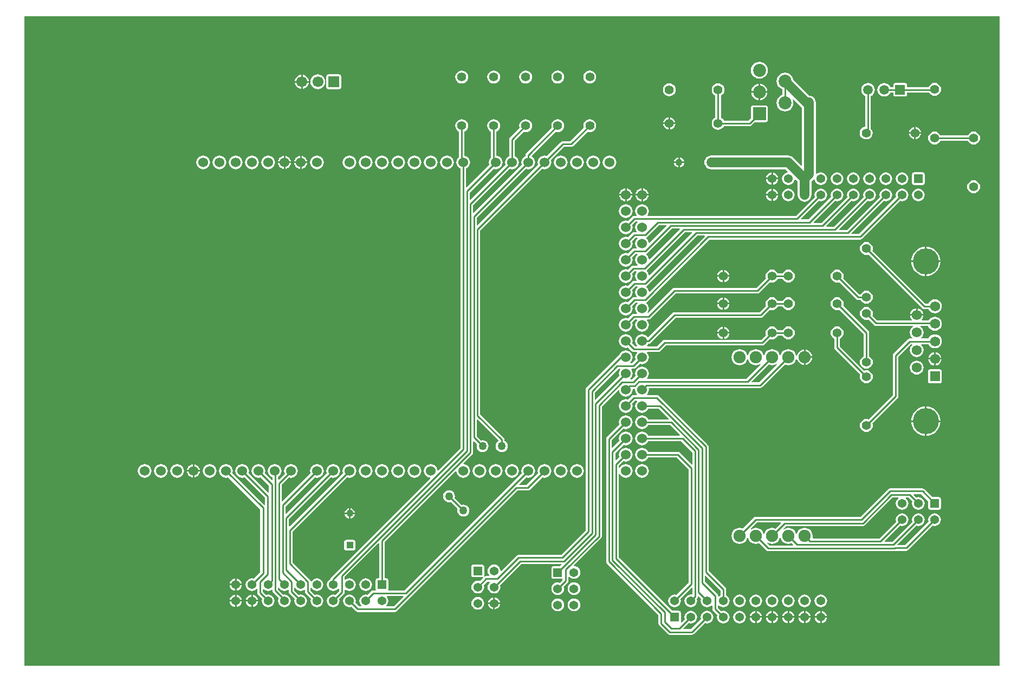
<source format=gtl>
G04 Layer_Physical_Order=1*
G04 Layer_Color=255*
%FSLAX25Y25*%
%MOIN*%
G70*
G01*
G75*
%ADD10C,0.06000*%
%ADD11C,0.01000*%
%ADD12R,0.04331X0.04331*%
%ADD13C,0.04331*%
%ADD14C,0.05512*%
%ADD15R,0.05394X0.05394*%
%ADD16C,0.05394*%
%ADD17C,0.07500*%
%ADD18C,0.06000*%
%ADD19R,0.07972X0.07972*%
%ADD20C,0.07972*%
%ADD21R,0.05937X0.05937*%
%ADD22C,0.05937*%
%ADD23R,0.04331X0.04331*%
%ADD24R,0.05394X0.05394*%
%ADD25C,0.06142*%
%ADD26R,0.06142X0.06142*%
%ADD27C,0.16008*%
%ADD28C,0.06693*%
%ADD29R,0.06693X0.06693*%
%ADD30C,0.30000*%
%ADD31C,0.05000*%
G36*
X700000Y100000D02*
X100000D01*
Y500000D01*
X700000D01*
Y100000D01*
D02*
G37*
%LPC*%
G36*
X400000Y224217D02*
X398908Y224074D01*
X397891Y223652D01*
X397018Y222982D01*
X396348Y222109D01*
X395926Y221092D01*
X395783Y220000D01*
X395926Y218909D01*
X396348Y217891D01*
X397018Y217018D01*
X397891Y216348D01*
X398908Y215927D01*
X400000Y215783D01*
X401091Y215927D01*
X402109Y216348D01*
X402982Y217018D01*
X403652Y217891D01*
X404073Y218909D01*
X404217Y220000D01*
X404073Y221092D01*
X403652Y222109D01*
X402982Y222982D01*
X402109Y223652D01*
X401091Y224074D01*
X400000Y224217D01*
D02*
G37*
G36*
X430000D02*
X428908Y224074D01*
X427891Y223652D01*
X427018Y222982D01*
X426348Y222109D01*
X425926Y221092D01*
X425783Y220000D01*
X425926Y218909D01*
X426348Y217891D01*
X427018Y217018D01*
X427891Y216348D01*
X428908Y215927D01*
X430000Y215783D01*
X431091Y215927D01*
X432109Y216348D01*
X432982Y217018D01*
X433652Y217891D01*
X434073Y218909D01*
X434217Y220000D01*
X434073Y221092D01*
X433652Y222109D01*
X432982Y222982D01*
X432109Y223652D01*
X431091Y224074D01*
X430000Y224217D01*
D02*
G37*
G36*
X440000D02*
X438908Y224074D01*
X437891Y223652D01*
X437018Y222982D01*
X436348Y222109D01*
X435926Y221092D01*
X435783Y220000D01*
X435926Y218909D01*
X436348Y217891D01*
X437018Y217018D01*
X437891Y216348D01*
X438908Y215927D01*
X440000Y215783D01*
X441091Y215927D01*
X442109Y216348D01*
X442982Y217018D01*
X443652Y217891D01*
X444073Y218909D01*
X444217Y220000D01*
X444073Y221092D01*
X443652Y222109D01*
X442982Y222982D01*
X442109Y223652D01*
X441091Y224074D01*
X440000Y224217D01*
D02*
G37*
G36*
X340000D02*
X338909Y224074D01*
X337891Y223652D01*
X337018Y222982D01*
X336348Y222109D01*
X335927Y221092D01*
X335783Y220000D01*
X335927Y218909D01*
X336348Y217891D01*
X337018Y217018D01*
X337891Y216348D01*
X338909Y215927D01*
X340000Y215783D01*
X341091Y215927D01*
X342109Y216348D01*
X342982Y217018D01*
X343652Y217891D01*
X344074Y218909D01*
X344217Y220000D01*
X344074Y221092D01*
X343652Y222109D01*
X342982Y222982D01*
X342109Y223652D01*
X341091Y224074D01*
X340000Y224217D01*
D02*
G37*
G36*
X380000D02*
X378908Y224074D01*
X377891Y223652D01*
X377018Y222982D01*
X376348Y222109D01*
X375926Y221092D01*
X375783Y220000D01*
X375926Y218909D01*
X376348Y217891D01*
X377018Y217018D01*
X377891Y216348D01*
X378908Y215927D01*
X380000Y215783D01*
X381091Y215927D01*
X382109Y216348D01*
X382982Y217018D01*
X383652Y217891D01*
X384073Y218909D01*
X384217Y220000D01*
X384073Y221092D01*
X383652Y222109D01*
X382982Y222982D01*
X382109Y223652D01*
X381091Y224074D01*
X380000Y224217D01*
D02*
G37*
G36*
X390000D02*
X388909Y224074D01*
X387891Y223652D01*
X387018Y222982D01*
X386348Y222109D01*
X385927Y221092D01*
X385783Y220000D01*
X385927Y218909D01*
X386348Y217891D01*
X387018Y217018D01*
X387891Y216348D01*
X388909Y215927D01*
X390000Y215783D01*
X391091Y215927D01*
X392109Y216348D01*
X392982Y217018D01*
X393652Y217891D01*
X394074Y218909D01*
X394217Y220000D01*
X394074Y221092D01*
X393652Y222109D01*
X392982Y222982D01*
X392109Y223652D01*
X391091Y224074D01*
X390000Y224217D01*
D02*
G37*
G36*
X203500Y223969D02*
X202956Y223897D01*
X201983Y223494D01*
X201147Y222853D01*
X200506Y222017D01*
X200103Y221044D01*
X200031Y220500D01*
X203500D01*
Y223969D01*
D02*
G37*
G36*
X204500D02*
Y220500D01*
X207969D01*
X207897Y221044D01*
X207494Y222017D01*
X206853Y222853D01*
X206017Y223494D01*
X205044Y223897D01*
X204500Y223969D01*
D02*
G37*
G36*
X654090Y250146D02*
X645592D01*
X645717Y248881D01*
X646232Y247183D01*
X647068Y245619D01*
X648193Y244248D01*
X649564Y243123D01*
X651128Y242287D01*
X652825Y241772D01*
X654090Y241647D01*
Y250146D01*
D02*
G37*
G36*
X480000Y224217D02*
X478908Y224074D01*
X477891Y223652D01*
X477018Y222982D01*
X476348Y222109D01*
X475926Y221092D01*
X475783Y220000D01*
X475926Y218909D01*
X476348Y217891D01*
X477018Y217018D01*
X477891Y216348D01*
X478908Y215927D01*
X480000Y215783D01*
X481091Y215927D01*
X482109Y216348D01*
X482982Y217018D01*
X483652Y217891D01*
X484073Y218909D01*
X484217Y220000D01*
X484073Y221092D01*
X483652Y222109D01*
X482982Y222982D01*
X482109Y223652D01*
X481091Y224074D01*
X480000Y224217D01*
D02*
G37*
G36*
X203500Y219500D02*
X200031D01*
X200103Y218956D01*
X200506Y217983D01*
X201147Y217147D01*
X201983Y216506D01*
X202956Y216103D01*
X203500Y216031D01*
Y219500D01*
D02*
G37*
G36*
X207969D02*
X204500D01*
Y216031D01*
X205044Y216103D01*
X206017Y216506D01*
X206853Y217147D01*
X207494Y217983D01*
X207897Y218956D01*
X207969Y219500D01*
D02*
G37*
G36*
X330000Y224217D02*
X328908Y224074D01*
X327891Y223652D01*
X327018Y222982D01*
X326348Y222109D01*
X325926Y221092D01*
X325783Y220000D01*
X325926Y218909D01*
X326348Y217891D01*
X327018Y217018D01*
X327891Y216348D01*
X328908Y215927D01*
X330000Y215783D01*
X331091Y215927D01*
X332109Y216348D01*
X332982Y217018D01*
X333652Y217891D01*
X334073Y218909D01*
X334217Y220000D01*
X334073Y221092D01*
X333652Y222109D01*
X332982Y222982D01*
X332109Y223652D01*
X331091Y224074D01*
X330000Y224217D01*
D02*
G37*
G36*
X300697Y197025D02*
Y194398D01*
X303324D01*
X303281Y194724D01*
X302962Y195494D01*
X302454Y196155D01*
X301793Y196663D01*
X301023Y196982D01*
X300697Y197025D01*
D02*
G37*
G36*
X652500Y209214D02*
X632500D01*
X631844Y209084D01*
X631288Y208712D01*
X614290Y191714D01*
X550000D01*
X549344Y191584D01*
X548788Y191212D01*
X542060Y184484D01*
X541287Y184804D01*
X540000Y184974D01*
X538713Y184804D01*
X537513Y184307D01*
X536483Y183517D01*
X535693Y182487D01*
X535196Y181287D01*
X535026Y180000D01*
X535196Y178713D01*
X535693Y177513D01*
X536483Y176483D01*
X537513Y175693D01*
X538713Y175196D01*
X540000Y175026D01*
X541287Y175196D01*
X542487Y175693D01*
X543517Y176483D01*
X544307Y177513D01*
X544734Y178543D01*
X545266D01*
X545693Y177513D01*
X546483Y176483D01*
X547513Y175693D01*
X548713Y175196D01*
X550000Y175026D01*
X551287Y175196D01*
X552060Y175516D01*
X556400Y171176D01*
X556956Y170804D01*
X557612Y170674D01*
X635472D01*
X636036Y170786D01*
X642500D01*
X643156Y170916D01*
X643712Y171288D01*
X658746Y186322D01*
X658988Y186222D01*
X660000Y186089D01*
X661012Y186222D01*
X661956Y186613D01*
X662766Y187234D01*
X663387Y188044D01*
X663778Y188988D01*
X663911Y190000D01*
X663778Y191012D01*
X663387Y191956D01*
X662766Y192766D01*
X661956Y193387D01*
X661012Y193778D01*
X660000Y193911D01*
X658988Y193778D01*
X658044Y193387D01*
X657234Y192766D01*
X656613Y191956D01*
X656222Y191012D01*
X656089Y190000D01*
X656222Y188988D01*
X656322Y188746D01*
X641790Y174214D01*
X637291D01*
X637100Y174676D01*
X648746Y186322D01*
X648988Y186222D01*
X650000Y186089D01*
X651012Y186222D01*
X651956Y186613D01*
X652766Y187234D01*
X653387Y188044D01*
X653778Y188988D01*
X653911Y190000D01*
X653778Y191012D01*
X653387Y191956D01*
X652766Y192766D01*
X651956Y193387D01*
X651012Y193778D01*
X650000Y193911D01*
X648988Y193778D01*
X648044Y193387D01*
X647234Y192766D01*
X646613Y191956D01*
X646222Y191012D01*
X646089Y190000D01*
X646222Y188988D01*
X646322Y188746D01*
X633859Y176283D01*
X629360D01*
X629169Y176745D01*
X638746Y186322D01*
X638988Y186222D01*
X640000Y186089D01*
X641012Y186222D01*
X641956Y186613D01*
X642766Y187234D01*
X643387Y188044D01*
X643778Y188988D01*
X643911Y190000D01*
X643778Y191012D01*
X643387Y191956D01*
X642766Y192766D01*
X641956Y193387D01*
X641012Y193778D01*
X640000Y193911D01*
X638988Y193778D01*
X638044Y193387D01*
X637234Y192766D01*
X636613Y191956D01*
X636222Y191012D01*
X636089Y190000D01*
X636222Y188988D01*
X636322Y188746D01*
X626040Y178464D01*
X585194D01*
X584837Y178964D01*
X584974Y180000D01*
X584804Y181287D01*
X584307Y182487D01*
X583517Y183517D01*
X582487Y184307D01*
X581287Y184804D01*
X580000Y184974D01*
X578713Y184804D01*
X577513Y184307D01*
X576483Y183517D01*
X575693Y182487D01*
X575266Y181457D01*
X574734D01*
X574307Y182487D01*
X573517Y183517D01*
X572487Y184307D01*
X571287Y184804D01*
X570000Y184974D01*
X568713Y184804D01*
X567513Y184307D01*
X567192Y184061D01*
X566861Y184438D01*
X568529Y186105D01*
X615903D01*
X616559Y186235D01*
X617115Y186607D01*
X634113Y203605D01*
X637506D01*
X637676Y203105D01*
X637234Y202766D01*
X636613Y201956D01*
X636222Y201012D01*
X636089Y200000D01*
X636222Y198988D01*
X636613Y198044D01*
X637234Y197234D01*
X638044Y196613D01*
X638988Y196222D01*
X640000Y196089D01*
X641012Y196222D01*
X641956Y196613D01*
X642766Y197234D01*
X643387Y198044D01*
X643778Y198988D01*
X643911Y200000D01*
X643778Y201012D01*
X643387Y201956D01*
X642766Y202766D01*
X642324Y203105D01*
X642494Y203605D01*
X643971D01*
X646322Y201254D01*
X646222Y201012D01*
X646089Y200000D01*
X646222Y198988D01*
X646613Y198044D01*
X647234Y197234D01*
X648044Y196613D01*
X648988Y196222D01*
X650000Y196089D01*
X651012Y196222D01*
X651956Y196613D01*
X652766Y197234D01*
X653387Y198044D01*
X653778Y198988D01*
X653911Y200000D01*
X653778Y201012D01*
X653387Y201956D01*
X652766Y202766D01*
X651956Y203387D01*
X651012Y203778D01*
X650000Y203911D01*
X648988Y203778D01*
X648746Y203678D01*
X647100Y205324D01*
X647291Y205786D01*
X651790D01*
X656099Y201477D01*
Y197303D01*
X656191Y196842D01*
X656452Y196452D01*
X656842Y196191D01*
X657303Y196099D01*
X662697D01*
X663158Y196191D01*
X663548Y196452D01*
X663809Y196842D01*
X663901Y197303D01*
Y202697D01*
X663809Y203158D01*
X663548Y203548D01*
X663158Y203809D01*
X662697Y203901D01*
X658523D01*
X653712Y208712D01*
X653156Y209084D01*
X652500Y209214D01*
D02*
G37*
G36*
X174000Y224217D02*
X172908Y224074D01*
X171891Y223652D01*
X171018Y222982D01*
X170348Y222109D01*
X169927Y221092D01*
X169783Y220000D01*
X169927Y218909D01*
X170348Y217891D01*
X171018Y217018D01*
X171891Y216348D01*
X172908Y215927D01*
X174000Y215783D01*
X175092Y215927D01*
X176109Y216348D01*
X176982Y217018D01*
X177652Y217891D01*
X178074Y218909D01*
X178217Y220000D01*
X178074Y221092D01*
X177652Y222109D01*
X176982Y222982D01*
X176109Y223652D01*
X175092Y224074D01*
X174000Y224217D01*
D02*
G37*
G36*
X299697Y193398D02*
X297070D01*
X297113Y193071D01*
X297432Y192301D01*
X297939Y191640D01*
X298601Y191133D01*
X299371Y190814D01*
X299697Y190771D01*
Y193398D01*
D02*
G37*
G36*
X361221Y208122D02*
X360260Y207996D01*
X359364Y207625D01*
X358595Y207035D01*
X358005Y206266D01*
X357634Y205370D01*
X357508Y204409D01*
X357634Y203449D01*
X358005Y202553D01*
X358595Y201784D01*
X359364Y201194D01*
X360260Y200823D01*
X361221Y200697D01*
X362181Y200823D01*
X362324Y200882D01*
X366551Y196654D01*
X366492Y196512D01*
X366366Y195551D01*
X366492Y194590D01*
X366863Y193695D01*
X367453Y192926D01*
X368222Y192336D01*
X369118Y191965D01*
X370079Y191838D01*
X371040Y191965D01*
X371935Y192336D01*
X372704Y192926D01*
X373294Y193695D01*
X373665Y194590D01*
X373792Y195551D01*
X373665Y196512D01*
X373294Y197408D01*
X372704Y198177D01*
X371935Y198767D01*
X371040Y199137D01*
X370079Y199264D01*
X369118Y199137D01*
X368975Y199079D01*
X364748Y203306D01*
X364807Y203449D01*
X364933Y204409D01*
X364807Y205370D01*
X364436Y206266D01*
X363846Y207035D01*
X363077Y207625D01*
X362181Y207996D01*
X361221Y208122D01*
D02*
G37*
G36*
X299697Y197025D02*
X299371Y196982D01*
X298601Y196663D01*
X297939Y196155D01*
X297432Y195494D01*
X297113Y194724D01*
X297070Y194398D01*
X299697D01*
Y197025D01*
D02*
G37*
G36*
X300000Y224217D02*
X298908Y224074D01*
X297891Y223652D01*
X297018Y222982D01*
X296348Y222109D01*
X295926Y221092D01*
X295783Y220000D01*
X295926Y218909D01*
X296090Y218514D01*
X263215Y185639D01*
X262753Y185831D01*
Y190329D01*
X288514Y216090D01*
X288909Y215927D01*
X290000Y215783D01*
X291091Y215927D01*
X292109Y216348D01*
X292982Y217018D01*
X293652Y217891D01*
X294074Y218909D01*
X294217Y220000D01*
X294074Y221092D01*
X293652Y222109D01*
X292982Y222982D01*
X292109Y223652D01*
X291091Y224074D01*
X290000Y224217D01*
X288909Y224074D01*
X287891Y223652D01*
X287018Y222982D01*
X286348Y222109D01*
X285927Y221092D01*
X285783Y220000D01*
X285927Y218909D01*
X286090Y218514D01*
X261034Y193458D01*
X260572Y193650D01*
Y198148D01*
X278514Y216090D01*
X278908Y215927D01*
X280000Y215783D01*
X281091Y215927D01*
X282109Y216348D01*
X282982Y217018D01*
X283652Y217891D01*
X284073Y218909D01*
X284217Y220000D01*
X284073Y221092D01*
X283652Y222109D01*
X282982Y222982D01*
X282109Y223652D01*
X281091Y224074D01*
X280000Y224217D01*
X278908Y224074D01*
X277891Y223652D01*
X277018Y222982D01*
X276348Y222109D01*
X275926Y221092D01*
X275783Y220000D01*
X275926Y218909D01*
X276090Y218514D01*
X258735Y201159D01*
X258273Y201350D01*
Y211558D01*
X262720Y216005D01*
X262909Y215927D01*
X264000Y215783D01*
X265091Y215927D01*
X266109Y216348D01*
X266982Y217018D01*
X267652Y217891D01*
X268074Y218909D01*
X268217Y220000D01*
X268074Y221092D01*
X267652Y222109D01*
X266982Y222982D01*
X266109Y223652D01*
X265091Y224074D01*
X264000Y224217D01*
X262909Y224074D01*
X261891Y223652D01*
X261018Y222982D01*
X260348Y222109D01*
X259927Y221092D01*
X259783Y220000D01*
X259927Y218909D01*
X260175Y218308D01*
X256554Y214687D01*
X256092Y214878D01*
Y216341D01*
X256109Y216348D01*
X256982Y217018D01*
X257652Y217891D01*
X258073Y218909D01*
X258217Y220000D01*
X258073Y221092D01*
X257652Y222109D01*
X256982Y222982D01*
X256109Y223652D01*
X255092Y224074D01*
X254000Y224217D01*
X252908Y224074D01*
X251891Y223652D01*
X251018Y222982D01*
X250348Y222109D01*
X249926Y221092D01*
X249783Y220000D01*
X249926Y218909D01*
X250348Y217891D01*
X251018Y217018D01*
X251891Y216348D01*
X252664Y216028D01*
Y214413D01*
X252202Y214222D01*
X247910Y218514D01*
X248074Y218909D01*
X248217Y220000D01*
X248074Y221092D01*
X247652Y222109D01*
X246982Y222982D01*
X246109Y223652D01*
X245092Y224074D01*
X244000Y224217D01*
X242909Y224074D01*
X241891Y223652D01*
X241018Y222982D01*
X240348Y222109D01*
X239927Y221092D01*
X239783Y220000D01*
X239927Y218909D01*
X240348Y217891D01*
X241018Y217018D01*
X241891Y216348D01*
X242909Y215927D01*
X244000Y215783D01*
X245092Y215927D01*
X245486Y216090D01*
X250483Y211093D01*
Y206594D01*
X250021Y206403D01*
X237910Y218514D01*
X238073Y218909D01*
X238217Y220000D01*
X238073Y221092D01*
X237652Y222109D01*
X236982Y222982D01*
X236109Y223652D01*
X235091Y224074D01*
X234000Y224217D01*
X232909Y224074D01*
X231891Y223652D01*
X231018Y222982D01*
X230348Y222109D01*
X229926Y221092D01*
X229783Y220000D01*
X229926Y218909D01*
X230348Y217891D01*
X231018Y217018D01*
X231891Y216348D01*
X232909Y215927D01*
X234000Y215783D01*
X235091Y215927D01*
X235486Y216090D01*
X248073Y203503D01*
Y199058D01*
X247573Y198851D01*
X227910Y218514D01*
X228074Y218909D01*
X228217Y220000D01*
X228074Y221092D01*
X227652Y222109D01*
X226982Y222982D01*
X226109Y223652D01*
X225092Y224074D01*
X224000Y224217D01*
X222908Y224074D01*
X221891Y223652D01*
X221018Y222982D01*
X220348Y222109D01*
X219927Y221092D01*
X219783Y220000D01*
X219927Y218909D01*
X220348Y217891D01*
X221018Y217018D01*
X221891Y216348D01*
X222908Y215927D01*
X224000Y215783D01*
X225092Y215927D01*
X225486Y216090D01*
X245121Y196455D01*
Y157545D01*
X241254Y153678D01*
X241012Y153778D01*
X240000Y153911D01*
X238988Y153778D01*
X238044Y153387D01*
X237234Y152766D01*
X236613Y151956D01*
X236222Y151012D01*
X236089Y150000D01*
X236222Y148988D01*
X236613Y148044D01*
X237234Y147234D01*
X238044Y146613D01*
X238988Y146222D01*
X240000Y146089D01*
X241012Y146222D01*
X241956Y146613D01*
X242766Y147234D01*
X242891Y147398D01*
X243365Y147237D01*
Y144921D01*
X243495Y144265D01*
X243867Y143709D01*
X246322Y141254D01*
X246222Y141012D01*
X246089Y140000D01*
X246222Y138988D01*
X246613Y138044D01*
X247234Y137234D01*
X248044Y136613D01*
X248988Y136222D01*
X250000Y136089D01*
X251012Y136222D01*
X251956Y136613D01*
X252766Y137234D01*
X253387Y138044D01*
X253778Y138988D01*
X253911Y140000D01*
X253778Y141012D01*
X253387Y141956D01*
X252766Y142766D01*
X251956Y143387D01*
X251012Y143778D01*
X250000Y143911D01*
X248988Y143778D01*
X248746Y143678D01*
X246793Y145631D01*
Y147075D01*
X247293Y147189D01*
X248044Y146613D01*
X248988Y146222D01*
X250000Y146089D01*
X251012Y146222D01*
X251956Y146613D01*
X252216Y146812D01*
X252664Y146591D01*
Y146213D01*
X252794Y145557D01*
X253166Y145001D01*
X256495Y141672D01*
X256222Y141012D01*
X256089Y140000D01*
X256222Y138988D01*
X256613Y138044D01*
X257234Y137234D01*
X258044Y136613D01*
X258988Y136222D01*
X260000Y136089D01*
X261012Y136222D01*
X261956Y136613D01*
X262766Y137234D01*
X263387Y138044D01*
X263778Y138988D01*
X263911Y140000D01*
X263778Y141012D01*
X263387Y141956D01*
X262766Y142766D01*
X261956Y143387D01*
X261012Y143778D01*
X260000Y143911D01*
X259208Y143807D01*
X256092Y146923D01*
Y147995D01*
X256592Y148094D01*
X256613Y148044D01*
X257234Y147234D01*
X258044Y146613D01*
X258988Y146222D01*
X260000Y146089D01*
X261012Y146222D01*
X261956Y146613D01*
X262215Y146812D01*
X262664Y146591D01*
Y145622D01*
X262794Y144966D01*
X263166Y144410D01*
X266322Y141254D01*
X266222Y141012D01*
X266089Y140000D01*
X266222Y138988D01*
X266613Y138044D01*
X267234Y137234D01*
X268044Y136613D01*
X268988Y136222D01*
X270000Y136089D01*
X271012Y136222D01*
X271956Y136613D01*
X272766Y137234D01*
X273387Y138044D01*
X273778Y138988D01*
X273911Y140000D01*
X273778Y141012D01*
X273387Y141956D01*
X272766Y142766D01*
X271956Y143387D01*
X271012Y143778D01*
X270000Y143911D01*
X268988Y143778D01*
X268746Y143678D01*
X266092Y146332D01*
Y147995D01*
X266592Y148094D01*
X266613Y148044D01*
X267234Y147234D01*
X268044Y146613D01*
X268988Y146222D01*
X270000Y146089D01*
X271012Y146222D01*
X271956Y146613D01*
X272216Y146812D01*
X272664Y146591D01*
Y145622D01*
X272794Y144966D01*
X273166Y144410D01*
X276322Y141254D01*
X276222Y141012D01*
X276089Y140000D01*
X276222Y138988D01*
X276613Y138044D01*
X277234Y137234D01*
X278044Y136613D01*
X278988Y136222D01*
X280000Y136089D01*
X281012Y136222D01*
X281956Y136613D01*
X282766Y137234D01*
X283387Y138044D01*
X283778Y138988D01*
X283911Y140000D01*
X283778Y141012D01*
X283387Y141956D01*
X282766Y142766D01*
X281956Y143387D01*
X281012Y143778D01*
X280000Y143911D01*
X278988Y143778D01*
X278746Y143678D01*
X276092Y146332D01*
Y147995D01*
X276592Y148094D01*
X276613Y148044D01*
X277234Y147234D01*
X278044Y146613D01*
X278988Y146222D01*
X280000Y146089D01*
X281012Y146222D01*
X281956Y146613D01*
X282766Y147234D01*
X283387Y148044D01*
X283778Y148988D01*
X283911Y150000D01*
X283778Y151012D01*
X283387Y151956D01*
X282766Y152766D01*
X281956Y153387D01*
X281012Y153778D01*
X280000Y153911D01*
X278988Y153778D01*
X278044Y153387D01*
X277234Y152766D01*
X276613Y151956D01*
X276573Y151860D01*
X276560Y151858D01*
X276066Y151943D01*
X275961Y152469D01*
X275590Y153025D01*
X264934Y163681D01*
Y182510D01*
X298514Y216090D01*
X298908Y215927D01*
X300000Y215783D01*
X301092Y215927D01*
X302109Y216348D01*
X302982Y217018D01*
X303652Y217891D01*
X304074Y218909D01*
X304217Y220000D01*
X304074Y221092D01*
X303652Y222109D01*
X302982Y222982D01*
X302109Y223652D01*
X301092Y224074D01*
X300000Y224217D01*
D02*
G37*
G36*
X310000D02*
X308909Y224074D01*
X307891Y223652D01*
X307018Y222982D01*
X306348Y222109D01*
X305926Y221092D01*
X305783Y220000D01*
X305926Y218909D01*
X306348Y217891D01*
X307018Y217018D01*
X307891Y216348D01*
X308909Y215927D01*
X310000Y215783D01*
X311091Y215927D01*
X312109Y216348D01*
X312982Y217018D01*
X313652Y217891D01*
X314073Y218909D01*
X314217Y220000D01*
X314073Y221092D01*
X313652Y222109D01*
X312982Y222982D01*
X312109Y223652D01*
X311091Y224074D01*
X310000Y224217D01*
D02*
G37*
G36*
X320000D02*
X318909Y224074D01*
X317891Y223652D01*
X317018Y222982D01*
X316348Y222109D01*
X315927Y221092D01*
X315783Y220000D01*
X315927Y218909D01*
X316348Y217891D01*
X317018Y217018D01*
X317891Y216348D01*
X318909Y215927D01*
X320000Y215783D01*
X321092Y215927D01*
X322109Y216348D01*
X322982Y217018D01*
X323652Y217891D01*
X324074Y218909D01*
X324217Y220000D01*
X324074Y221092D01*
X323652Y222109D01*
X322982Y222982D01*
X322109Y223652D01*
X321092Y224074D01*
X320000Y224217D01*
D02*
G37*
G36*
X184000D02*
X182908Y224074D01*
X181891Y223652D01*
X181018Y222982D01*
X180348Y222109D01*
X179927Y221092D01*
X179783Y220000D01*
X179927Y218909D01*
X180348Y217891D01*
X181018Y217018D01*
X181891Y216348D01*
X182908Y215927D01*
X184000Y215783D01*
X185091Y215927D01*
X186109Y216348D01*
X186982Y217018D01*
X187652Y217891D01*
X188074Y218909D01*
X188217Y220000D01*
X188074Y221092D01*
X187652Y222109D01*
X186982Y222982D01*
X186109Y223652D01*
X185091Y224074D01*
X184000Y224217D01*
D02*
G37*
G36*
X194000D02*
X192909Y224074D01*
X191891Y223652D01*
X191018Y222982D01*
X190348Y222109D01*
X189927Y221092D01*
X189783Y220000D01*
X189927Y218909D01*
X190348Y217891D01*
X191018Y217018D01*
X191891Y216348D01*
X192909Y215927D01*
X194000Y215783D01*
X195091Y215927D01*
X196109Y216348D01*
X196982Y217018D01*
X197652Y217891D01*
X198073Y218909D01*
X198217Y220000D01*
X198073Y221092D01*
X197652Y222109D01*
X196982Y222982D01*
X196109Y223652D01*
X195091Y224074D01*
X194000Y224217D01*
D02*
G37*
G36*
X214000D02*
X212909Y224074D01*
X211891Y223652D01*
X211018Y222982D01*
X210348Y222109D01*
X209927Y221092D01*
X209783Y220000D01*
X209927Y218909D01*
X210348Y217891D01*
X211018Y217018D01*
X211891Y216348D01*
X212909Y215927D01*
X214000Y215783D01*
X215091Y215927D01*
X216109Y216348D01*
X216982Y217018D01*
X217652Y217891D01*
X218074Y218909D01*
X218217Y220000D01*
X218074Y221092D01*
X217652Y222109D01*
X216982Y222982D01*
X216109Y223652D01*
X215091Y224074D01*
X214000Y224217D01*
D02*
G37*
G36*
X529500Y308722D02*
X529019Y308659D01*
X528106Y308281D01*
X527321Y307679D01*
X526719Y306894D01*
X526341Y305980D01*
X526277Y305500D01*
X529500D01*
Y308722D01*
D02*
G37*
G36*
X530500D02*
Y305500D01*
X533722D01*
X533659Y305980D01*
X533281Y306894D01*
X532679Y307679D01*
X531894Y308281D01*
X530980Y308659D01*
X530500Y308722D01*
D02*
G37*
G36*
X618000Y320971D02*
X616972Y320836D01*
X616014Y320439D01*
X615192Y319808D01*
X614561Y318986D01*
X614164Y318028D01*
X614029Y317000D01*
X614164Y315972D01*
X614561Y315015D01*
X615192Y314192D01*
X616014Y313561D01*
X616972Y313164D01*
X618000Y313029D01*
X619028Y313164D01*
X619299Y313277D01*
X622788Y309788D01*
X623344Y309416D01*
X624000Y309286D01*
X646503D01*
X646672Y308786D01*
X645967Y308245D01*
X645286Y307357D01*
X644858Y306323D01*
X644711Y305213D01*
X644858Y304103D01*
X645286Y303068D01*
X645967Y302180D01*
X646194Y302006D01*
X646033Y301533D01*
X644819D01*
X644163Y301402D01*
X643607Y301031D01*
X634788Y292212D01*
X634416Y291656D01*
X634286Y291000D01*
Y266710D01*
X619299Y251723D01*
X619028Y251836D01*
X618000Y251971D01*
X616972Y251836D01*
X616014Y251439D01*
X615192Y250808D01*
X614561Y249986D01*
X614164Y249028D01*
X614029Y248000D01*
X614164Y246972D01*
X614561Y246014D01*
X615192Y245192D01*
X616014Y244561D01*
X616972Y244164D01*
X618000Y244029D01*
X619028Y244164D01*
X619985Y244561D01*
X620808Y245192D01*
X621439Y246014D01*
X621836Y246972D01*
X621971Y248000D01*
X621836Y249028D01*
X621723Y249299D01*
X637212Y264788D01*
X637584Y265344D01*
X637714Y266000D01*
Y290290D01*
X645529Y298105D01*
X646033D01*
X646194Y297631D01*
X645967Y297458D01*
X645286Y296569D01*
X644858Y295535D01*
X644711Y294425D01*
X644858Y293315D01*
X645286Y292281D01*
X645967Y291393D01*
X646856Y290711D01*
X647890Y290283D01*
X649000Y290137D01*
X650110Y290283D01*
X651144Y290711D01*
X652033Y291393D01*
X652714Y292281D01*
X653142Y293315D01*
X653289Y294425D01*
X653142Y295535D01*
X652714Y296569D01*
X652033Y297458D01*
X651806Y297631D01*
X651967Y298105D01*
X656289D01*
X656467Y297675D01*
X657149Y296786D01*
X658037Y296105D01*
X659071Y295676D01*
X660181Y295530D01*
X661291Y295676D01*
X662325Y296105D01*
X663214Y296786D01*
X663895Y297675D01*
X664324Y298709D01*
X664470Y299819D01*
X664324Y300929D01*
X663895Y301963D01*
X663214Y302851D01*
X662325Y303533D01*
X661291Y303961D01*
X660181Y304107D01*
X659071Y303961D01*
X658037Y303533D01*
X657149Y302851D01*
X656467Y301963D01*
X656289Y301533D01*
X651967D01*
X651806Y302006D01*
X652033Y302180D01*
X652714Y303068D01*
X653142Y304103D01*
X653289Y305213D01*
X653142Y306323D01*
X652714Y307357D01*
X652033Y308245D01*
X651328Y308786D01*
X651497Y309286D01*
X656126D01*
X656467Y308462D01*
X657149Y307574D01*
X658037Y306892D01*
X659071Y306464D01*
X660181Y306318D01*
X661291Y306464D01*
X662325Y306892D01*
X663214Y307574D01*
X663895Y308462D01*
X664324Y309496D01*
X664470Y310606D01*
X664324Y311716D01*
X663895Y312751D01*
X663214Y313639D01*
X662325Y314320D01*
X661291Y314749D01*
X660181Y314895D01*
X659071Y314749D01*
X658037Y314320D01*
X657149Y313639D01*
X656467Y312751D01*
X656452Y312714D01*
X652165D01*
X651994Y313214D01*
X652556Y313947D01*
X652966Y314937D01*
X653040Y315500D01*
X649000D01*
X644960D01*
X645034Y314937D01*
X645444Y313947D01*
X646006Y313214D01*
X645835Y312714D01*
X624710D01*
X621723Y315701D01*
X621836Y315972D01*
X621971Y317000D01*
X621836Y318028D01*
X621439Y318986D01*
X620808Y319808D01*
X619985Y320439D01*
X619028Y320836D01*
X618000Y320971D01*
D02*
G37*
G36*
X580500Y294725D02*
Y290500D01*
X584725D01*
X584628Y291240D01*
X584149Y292395D01*
X583388Y293388D01*
X582396Y294149D01*
X581240Y294628D01*
X580500Y294725D01*
D02*
G37*
G36*
X529500Y304500D02*
X526277D01*
X526341Y304019D01*
X526719Y303106D01*
X527321Y302321D01*
X528106Y301719D01*
X529019Y301341D01*
X529500Y301277D01*
Y304500D01*
D02*
G37*
G36*
X533722D02*
X530500D01*
Y301277D01*
X530980Y301341D01*
X531894Y301719D01*
X532679Y302321D01*
X533281Y303106D01*
X533659Y304019D01*
X533722Y304500D01*
D02*
G37*
G36*
X529500Y322500D02*
X526277D01*
X526341Y322020D01*
X526719Y321106D01*
X527321Y320321D01*
X528106Y319719D01*
X529019Y319341D01*
X529500Y319278D01*
Y322500D01*
D02*
G37*
G36*
X533722D02*
X530500D01*
Y319278D01*
X530980Y319341D01*
X531894Y319719D01*
X532679Y320321D01*
X533281Y321106D01*
X533659Y322020D01*
X533722Y322500D01*
D02*
G37*
G36*
X600000Y343971D02*
X598972Y343836D01*
X598014Y343439D01*
X597192Y342808D01*
X596561Y341986D01*
X596164Y341028D01*
X596029Y340000D01*
X596164Y338972D01*
X596561Y338015D01*
X597192Y337192D01*
X598014Y336561D01*
X598972Y336164D01*
X600000Y336029D01*
X601028Y336164D01*
X601299Y336277D01*
X611788Y325788D01*
X612344Y325416D01*
X613000Y325286D01*
X614449D01*
X614561Y325014D01*
X615192Y324192D01*
X616014Y323561D01*
X616972Y323164D01*
X618000Y323029D01*
X619028Y323164D01*
X619985Y323561D01*
X620808Y324192D01*
X621439Y325014D01*
X621836Y325972D01*
X621971Y327000D01*
X621836Y328028D01*
X621439Y328986D01*
X620808Y329808D01*
X619985Y330439D01*
X619028Y330836D01*
X618000Y330971D01*
X616972Y330836D01*
X616014Y330439D01*
X615192Y329808D01*
X614561Y328986D01*
X614449Y328714D01*
X613710D01*
X603723Y338701D01*
X603836Y338972D01*
X603971Y340000D01*
X603836Y341028D01*
X603439Y341986D01*
X602808Y342808D01*
X601986Y343439D01*
X601028Y343836D01*
X600000Y343971D01*
D02*
G37*
G36*
X648500Y320040D02*
X647937Y319966D01*
X646947Y319556D01*
X646097Y318903D01*
X645444Y318053D01*
X645034Y317063D01*
X644960Y316500D01*
X648500D01*
Y320040D01*
D02*
G37*
G36*
X649500D02*
Y316500D01*
X653040D01*
X652966Y317063D01*
X652556Y318053D01*
X651903Y318903D01*
X651053Y319556D01*
X650063Y319966D01*
X649500Y320040D01*
D02*
G37*
G36*
X618000Y360971D02*
X616972Y360836D01*
X616014Y360439D01*
X615192Y359808D01*
X614561Y358985D01*
X614164Y358028D01*
X614029Y357000D01*
X614164Y355972D01*
X614561Y355014D01*
X615192Y354192D01*
X616014Y353561D01*
X616972Y353164D01*
X618000Y353029D01*
X619028Y353164D01*
X619299Y353277D01*
X652394Y320182D01*
X652950Y319810D01*
X653606Y319680D01*
X656289D01*
X656467Y319249D01*
X657149Y318361D01*
X658037Y317680D01*
X659071Y317251D01*
X660181Y317105D01*
X661291Y317251D01*
X662325Y317680D01*
X663214Y318361D01*
X663895Y319249D01*
X664324Y320284D01*
X664470Y321394D01*
X664324Y322504D01*
X663895Y323538D01*
X663214Y324426D01*
X662325Y325108D01*
X661291Y325536D01*
X660181Y325682D01*
X659071Y325536D01*
X658037Y325108D01*
X657149Y324426D01*
X656467Y323538D01*
X656289Y323108D01*
X654316D01*
X621723Y355701D01*
X621836Y355972D01*
X621971Y357000D01*
X621836Y358028D01*
X621439Y358985D01*
X620808Y359808D01*
X619985Y360439D01*
X619028Y360836D01*
X618000Y360971D01*
D02*
G37*
G36*
X660681Y293072D02*
Y289531D01*
X664221D01*
X664147Y290094D01*
X663737Y291085D01*
X663085Y291935D01*
X662234Y292587D01*
X661244Y292998D01*
X660681Y293072D01*
D02*
G37*
G36*
X655091Y259644D02*
Y251146D01*
X663589D01*
X663464Y252411D01*
X662949Y254108D01*
X662113Y255672D01*
X660988Y257043D01*
X659617Y258168D01*
X658053Y259004D01*
X656356Y259519D01*
X655091Y259644D01*
D02*
G37*
G36*
X663252Y282519D02*
X657110D01*
X656649Y282428D01*
X656259Y282167D01*
X655998Y281776D01*
X655906Y281315D01*
Y275173D01*
X655998Y274712D01*
X656259Y274322D01*
X656649Y274061D01*
X657110Y273969D01*
X663252D01*
X663713Y274061D01*
X664104Y274322D01*
X664364Y274712D01*
X664456Y275173D01*
Y281315D01*
X664364Y281776D01*
X664104Y282167D01*
X663713Y282428D01*
X663252Y282519D01*
D02*
G37*
G36*
X600000Y308971D02*
X598972Y308836D01*
X598014Y308439D01*
X597192Y307808D01*
X596561Y306985D01*
X596164Y306028D01*
X596029Y305000D01*
X596164Y303972D01*
X596561Y303014D01*
X597192Y302192D01*
X598014Y301561D01*
X598286Y301449D01*
Y296000D01*
X598416Y295344D01*
X598788Y294788D01*
X614277Y279299D01*
X614164Y279028D01*
X614029Y278000D01*
X614164Y276972D01*
X614561Y276014D01*
X615192Y275192D01*
X616014Y274561D01*
X616972Y274164D01*
X618000Y274029D01*
X619028Y274164D01*
X619985Y274561D01*
X620808Y275192D01*
X621439Y276014D01*
X621836Y276972D01*
X621971Y278000D01*
X621836Y279028D01*
X621439Y279985D01*
X620808Y280808D01*
X619985Y281439D01*
X619028Y281836D01*
X618000Y281971D01*
X616972Y281836D01*
X616701Y281723D01*
X601714Y296710D01*
Y301449D01*
X601986Y301561D01*
X602808Y302192D01*
X603439Y303014D01*
X603836Y303972D01*
X603971Y305000D01*
X603836Y306028D01*
X603439Y306985D01*
X602808Y307808D01*
X601986Y308439D01*
X601028Y308836D01*
X600000Y308971D01*
D02*
G37*
G36*
X663589Y250146D02*
X655091D01*
Y241647D01*
X656356Y241772D01*
X658053Y242287D01*
X659617Y243123D01*
X660988Y244248D01*
X662113Y245619D01*
X662949Y247183D01*
X663464Y248881D01*
X663589Y250146D01*
D02*
G37*
G36*
X470000Y254217D02*
X468909Y254074D01*
X467891Y253652D01*
X467018Y252982D01*
X466348Y252109D01*
X465927Y251092D01*
X465783Y250000D01*
X465927Y248908D01*
X466090Y248514D01*
X458426Y240850D01*
X458054Y240294D01*
X457924Y239638D01*
Y164193D01*
X458054Y163537D01*
X458426Y162981D01*
X490105Y131302D01*
Y126097D01*
X490235Y125441D01*
X490607Y124885D01*
X495885Y119607D01*
X496441Y119235D01*
X497097Y119105D01*
X510819D01*
X511475Y119235D01*
X512031Y119607D01*
X518746Y126322D01*
X518988Y126222D01*
X520000Y126089D01*
X521012Y126222D01*
X521956Y126613D01*
X522766Y127234D01*
X523387Y128044D01*
X523778Y128988D01*
X523911Y130000D01*
X523778Y131012D01*
X523387Y131956D01*
X522766Y132766D01*
X521956Y133387D01*
X521012Y133778D01*
X520000Y133911D01*
X518988Y133778D01*
X518044Y133387D01*
X517234Y132766D01*
X516613Y131956D01*
X516222Y131012D01*
X516089Y130000D01*
X516222Y128988D01*
X516322Y128746D01*
X510109Y122533D01*
X505610D01*
X505419Y122995D01*
X508746Y126322D01*
X508988Y126222D01*
X510000Y126089D01*
X511012Y126222D01*
X511956Y126613D01*
X512766Y127234D01*
X513387Y128044D01*
X513778Y128988D01*
X513911Y130000D01*
X513778Y131012D01*
X513387Y131956D01*
X512766Y132766D01*
X511956Y133387D01*
X511012Y133778D01*
X510000Y133911D01*
X508988Y133778D01*
X508044Y133387D01*
X507234Y132766D01*
X506613Y131956D01*
X506222Y131012D01*
X506089Y130000D01*
X506222Y128988D01*
X506322Y128746D01*
X504258Y126682D01*
X503834Y126965D01*
X503901Y127303D01*
Y132697D01*
X503809Y133158D01*
X503548Y133548D01*
X503158Y133809D01*
X502697Y133901D01*
X498523D01*
X465714Y166710D01*
Y218115D01*
X466214Y218214D01*
X466348Y217891D01*
X467018Y217018D01*
X467891Y216348D01*
X468909Y215927D01*
X470000Y215783D01*
X471092Y215927D01*
X472109Y216348D01*
X472982Y217018D01*
X473652Y217891D01*
X474074Y218909D01*
X474217Y220000D01*
X474074Y221092D01*
X473652Y222109D01*
X472982Y222982D01*
X472109Y223652D01*
X471092Y224074D01*
X470000Y224217D01*
X468909Y224074D01*
X467891Y223652D01*
X467018Y222982D01*
X466348Y222109D01*
X466214Y221786D01*
X465714Y221885D01*
Y223290D01*
X468514Y226090D01*
X468909Y225926D01*
X470000Y225783D01*
X471092Y225926D01*
X472109Y226348D01*
X472982Y227018D01*
X473652Y227891D01*
X474074Y228908D01*
X474217Y230000D01*
X474074Y231091D01*
X473652Y232109D01*
X472982Y232982D01*
X472109Y233652D01*
X471092Y234073D01*
X470000Y234217D01*
X468909Y234073D01*
X467891Y233652D01*
X467018Y232982D01*
X466348Y232109D01*
X465927Y231091D01*
X465783Y230000D01*
X465927Y228908D01*
X466090Y228514D01*
X463995Y226419D01*
X463533Y226610D01*
Y231109D01*
X468514Y236090D01*
X468909Y235927D01*
X470000Y235783D01*
X471092Y235927D01*
X472109Y236348D01*
X472982Y237018D01*
X473652Y237891D01*
X474074Y238909D01*
X474217Y240000D01*
X474074Y241091D01*
X473652Y242109D01*
X472982Y242982D01*
X472109Y243652D01*
X471092Y244074D01*
X470000Y244217D01*
X468909Y244074D01*
X467891Y243652D01*
X467018Y242982D01*
X466348Y242109D01*
X465927Y241091D01*
X465783Y240000D01*
X465927Y238909D01*
X466090Y238514D01*
X461814Y234238D01*
X461352Y234429D01*
Y238928D01*
X468514Y246090D01*
X468909Y245926D01*
X470000Y245783D01*
X471092Y245926D01*
X472109Y246348D01*
X472982Y247018D01*
X473652Y247891D01*
X474074Y248908D01*
X474217Y250000D01*
X474074Y251092D01*
X473652Y252109D01*
X472982Y252982D01*
X472109Y253652D01*
X471092Y254074D01*
X470000Y254217D01*
D02*
G37*
G36*
X654090Y259644D02*
X652825Y259519D01*
X651128Y259004D01*
X649564Y258168D01*
X648193Y257043D01*
X647068Y255672D01*
X646232Y254108D01*
X645717Y252411D01*
X645592Y251146D01*
X654090D01*
Y259644D01*
D02*
G37*
G36*
X664221Y288531D02*
X660681D01*
Y284991D01*
X661244Y285065D01*
X662234Y285476D01*
X663085Y286128D01*
X663737Y286979D01*
X664147Y287969D01*
X664221Y288531D01*
D02*
G37*
G36*
X584725Y289500D02*
X580500D01*
Y285275D01*
X581240Y285372D01*
X582396Y285851D01*
X583388Y286612D01*
X584149Y287604D01*
X584628Y288760D01*
X584725Y289500D01*
D02*
G37*
G36*
X659681Y293072D02*
X659118Y292998D01*
X658128Y292587D01*
X657278Y291935D01*
X656625Y291085D01*
X656215Y290094D01*
X656141Y289531D01*
X659681D01*
Y293072D01*
D02*
G37*
G36*
X649000Y287926D02*
X647890Y287780D01*
X646856Y287352D01*
X645967Y286670D01*
X645286Y285782D01*
X644858Y284748D01*
X644711Y283638D01*
X644858Y282528D01*
X645286Y281493D01*
X645967Y280605D01*
X646856Y279924D01*
X647890Y279495D01*
X649000Y279349D01*
X650110Y279495D01*
X651144Y279924D01*
X652033Y280605D01*
X652714Y281493D01*
X653142Y282528D01*
X653289Y283638D01*
X653142Y284748D01*
X652714Y285782D01*
X652033Y286670D01*
X651144Y287352D01*
X650110Y287780D01*
X649000Y287926D01*
D02*
G37*
G36*
X600000Y326971D02*
X598972Y326836D01*
X598014Y326439D01*
X597192Y325808D01*
X596561Y324986D01*
X596164Y324028D01*
X596029Y323000D01*
X596164Y321972D01*
X596561Y321014D01*
X597192Y320192D01*
X598014Y319561D01*
X598972Y319164D01*
X600000Y319029D01*
X601028Y319164D01*
X601299Y319277D01*
X616286Y304290D01*
Y290551D01*
X616014Y290439D01*
X615192Y289808D01*
X614561Y288985D01*
X614164Y288028D01*
X614029Y287000D01*
X614164Y285972D01*
X614561Y285015D01*
X615192Y284192D01*
X616014Y283561D01*
X616972Y283164D01*
X618000Y283029D01*
X619028Y283164D01*
X619985Y283561D01*
X620808Y284192D01*
X621439Y285015D01*
X621836Y285972D01*
X621971Y287000D01*
X621836Y288028D01*
X621439Y288985D01*
X620808Y289808D01*
X619985Y290439D01*
X619714Y290551D01*
Y305000D01*
X619584Y305656D01*
X619212Y306212D01*
X603723Y321701D01*
X603836Y321972D01*
X603971Y323000D01*
X603836Y324028D01*
X603439Y324986D01*
X602808Y325808D01*
X601986Y326439D01*
X601028Y326836D01*
X600000Y326971D01*
D02*
G37*
G36*
X659681Y288531D02*
X656141D01*
X656215Y287969D01*
X656625Y286979D01*
X657278Y286128D01*
X658128Y285476D01*
X659118Y285065D01*
X659681Y284991D01*
Y288531D01*
D02*
G37*
G36*
X570500Y133663D02*
Y130500D01*
X573663D01*
X573602Y130965D01*
X573229Y131864D01*
X572637Y132637D01*
X571864Y133229D01*
X570965Y133602D01*
X570500Y133663D01*
D02*
G37*
G36*
X579500D02*
X579035Y133602D01*
X578136Y133229D01*
X577363Y132637D01*
X576771Y131864D01*
X576398Y130965D01*
X576337Y130500D01*
X579500D01*
Y133663D01*
D02*
G37*
G36*
X580500D02*
Y130500D01*
X583663D01*
X583602Y130965D01*
X583229Y131864D01*
X582637Y132637D01*
X581864Y133229D01*
X580965Y133602D01*
X580500Y133663D01*
D02*
G37*
G36*
X559500D02*
X559035Y133602D01*
X558136Y133229D01*
X557363Y132637D01*
X556771Y131864D01*
X556398Y130965D01*
X556337Y130500D01*
X559500D01*
Y133663D01*
D02*
G37*
G36*
X560500D02*
Y130500D01*
X563663D01*
X563602Y130965D01*
X563229Y131864D01*
X562637Y132637D01*
X561864Y133229D01*
X560965Y133602D01*
X560500Y133663D01*
D02*
G37*
G36*
X569500D02*
X569035Y133602D01*
X568136Y133229D01*
X567363Y132637D01*
X566771Y131864D01*
X566398Y130965D01*
X566337Y130500D01*
X569500D01*
Y133663D01*
D02*
G37*
G36*
X438150Y141392D02*
X437137Y141258D01*
X436194Y140868D01*
X435384Y140246D01*
X434762Y139436D01*
X434372Y138493D01*
X434238Y137480D01*
X434372Y136468D01*
X434762Y135525D01*
X435384Y134714D01*
X436194Y134093D01*
X437137Y133702D01*
X438150Y133569D01*
X439162Y133702D01*
X440105Y134093D01*
X440915Y134714D01*
X441537Y135525D01*
X441928Y136468D01*
X442061Y137480D01*
X441928Y138493D01*
X441537Y139436D01*
X440915Y140246D01*
X440105Y140868D01*
X439162Y141258D01*
X438150Y141392D01*
D02*
G37*
G36*
X378937Y142376D02*
X377925Y142243D01*
X376981Y141852D01*
X376171Y141230D01*
X375550Y140420D01*
X375159Y139477D01*
X375026Y138465D01*
X375159Y137452D01*
X375550Y136509D01*
X376171Y135699D01*
X376981Y135077D01*
X377925Y134686D01*
X378937Y134553D01*
X379949Y134686D01*
X380893Y135077D01*
X381703Y135699D01*
X382324Y136509D01*
X382715Y137452D01*
X382848Y138465D01*
X382715Y139477D01*
X382324Y140420D01*
X381703Y141230D01*
X380893Y141852D01*
X379949Y142243D01*
X378937Y142376D01*
D02*
G37*
G36*
X392600Y137965D02*
X389437D01*
Y134802D01*
X389902Y134863D01*
X390801Y135235D01*
X391574Y135828D01*
X392166Y136600D01*
X392539Y137499D01*
X392600Y137965D01*
D02*
G37*
G36*
X589500Y133663D02*
X589035Y133602D01*
X588136Y133229D01*
X587363Y132637D01*
X586771Y131864D01*
X586398Y130965D01*
X586337Y130500D01*
X589500D01*
Y133663D01*
D02*
G37*
G36*
X590500D02*
Y130500D01*
X593663D01*
X593602Y130965D01*
X593229Y131864D01*
X592637Y132637D01*
X591864Y133229D01*
X590965Y133602D01*
X590500Y133663D01*
D02*
G37*
G36*
X428150Y141392D02*
X427137Y141258D01*
X426194Y140868D01*
X425384Y140246D01*
X424762Y139436D01*
X424371Y138493D01*
X424238Y137480D01*
X424371Y136468D01*
X424762Y135525D01*
X425384Y134714D01*
X426194Y134093D01*
X427137Y133702D01*
X428150Y133569D01*
X429162Y133702D01*
X430105Y134093D01*
X430915Y134714D01*
X431537Y135525D01*
X431928Y136468D01*
X432061Y137480D01*
X431928Y138493D01*
X431537Y139436D01*
X430915Y140246D01*
X430105Y140868D01*
X429162Y141258D01*
X428150Y141392D01*
D02*
G37*
G36*
X550500Y133663D02*
Y130500D01*
X553663D01*
X553602Y130965D01*
X553229Y131864D01*
X552637Y132637D01*
X551864Y133229D01*
X550965Y133602D01*
X550500Y133663D01*
D02*
G37*
G36*
X559500Y129500D02*
X556337D01*
X556398Y129035D01*
X556771Y128136D01*
X557363Y127363D01*
X558136Y126771D01*
X559035Y126398D01*
X559500Y126337D01*
Y129500D01*
D02*
G37*
G36*
X563663D02*
X560500D01*
Y126337D01*
X560965Y126398D01*
X561864Y126771D01*
X562637Y127363D01*
X563229Y128136D01*
X563602Y129035D01*
X563663Y129500D01*
D02*
G37*
G36*
X569500D02*
X566337D01*
X566398Y129035D01*
X566771Y128136D01*
X567363Y127363D01*
X568136Y126771D01*
X569035Y126398D01*
X569500Y126337D01*
Y129500D01*
D02*
G37*
G36*
X540000Y133911D02*
X538988Y133778D01*
X538044Y133387D01*
X537234Y132766D01*
X536613Y131956D01*
X536222Y131012D01*
X536089Y130000D01*
X536222Y128988D01*
X536613Y128044D01*
X537234Y127234D01*
X538044Y126613D01*
X538988Y126222D01*
X540000Y126089D01*
X541012Y126222D01*
X541956Y126613D01*
X542766Y127234D01*
X543387Y128044D01*
X543778Y128988D01*
X543911Y130000D01*
X543778Y131012D01*
X543387Y131956D01*
X542766Y132766D01*
X541956Y133387D01*
X541012Y133778D01*
X540000Y133911D01*
D02*
G37*
G36*
X549500Y129500D02*
X546337D01*
X546398Y129035D01*
X546771Y128136D01*
X547363Y127363D01*
X548136Y126771D01*
X549035Y126398D01*
X549500Y126337D01*
Y129500D01*
D02*
G37*
G36*
X553663D02*
X550500D01*
Y126337D01*
X550965Y126398D01*
X551864Y126771D01*
X552637Y127363D01*
X553229Y128136D01*
X553602Y129035D01*
X553663Y129500D01*
D02*
G37*
G36*
X589500D02*
X586337D01*
X586398Y129035D01*
X586771Y128136D01*
X587363Y127363D01*
X588136Y126771D01*
X589035Y126398D01*
X589500Y126337D01*
Y129500D01*
D02*
G37*
G36*
X593663D02*
X590500D01*
Y126337D01*
X590965Y126398D01*
X591864Y126771D01*
X592637Y127363D01*
X593229Y128136D01*
X593602Y129035D01*
X593663Y129500D01*
D02*
G37*
G36*
X549500Y133663D02*
X549035Y133602D01*
X548136Y133229D01*
X547363Y132637D01*
X546771Y131864D01*
X546398Y130965D01*
X546337Y130500D01*
X549500D01*
Y133663D01*
D02*
G37*
G36*
X573663Y129500D02*
X570500D01*
Y126337D01*
X570965Y126398D01*
X571864Y126771D01*
X572637Y127363D01*
X573229Y128136D01*
X573602Y129035D01*
X573663Y129500D01*
D02*
G37*
G36*
X579500D02*
X576337D01*
X576398Y129035D01*
X576771Y128136D01*
X577363Y127363D01*
X578136Y126771D01*
X579035Y126398D01*
X579500Y126337D01*
Y129500D01*
D02*
G37*
G36*
X583663D02*
X580500D01*
Y126337D01*
X580965Y126398D01*
X581864Y126771D01*
X582637Y127363D01*
X583229Y128136D01*
X583602Y129035D01*
X583663Y129500D01*
D02*
G37*
G36*
X240500Y143663D02*
Y140500D01*
X243663D01*
X243602Y140965D01*
X243229Y141864D01*
X242637Y142637D01*
X241864Y143229D01*
X240965Y143602D01*
X240500Y143663D01*
D02*
G37*
G36*
X438150Y151392D02*
X437137Y151258D01*
X436194Y150868D01*
X435384Y150246D01*
X434762Y149436D01*
X434372Y148493D01*
X434238Y147480D01*
X434372Y146468D01*
X434762Y145525D01*
X435384Y144714D01*
X436194Y144093D01*
X437137Y143702D01*
X438150Y143569D01*
X439162Y143702D01*
X440105Y144093D01*
X440915Y144714D01*
X441537Y145525D01*
X441928Y146468D01*
X442061Y147480D01*
X441928Y148493D01*
X441537Y149436D01*
X440915Y150246D01*
X440105Y150868D01*
X439162Y151258D01*
X438150Y151392D01*
D02*
G37*
G36*
X310000Y153911D02*
X308988Y153778D01*
X308044Y153387D01*
X307234Y152766D01*
X306613Y151956D01*
X306222Y151012D01*
X306089Y150000D01*
X306222Y148988D01*
X306613Y148044D01*
X307234Y147234D01*
X308044Y146613D01*
X308988Y146222D01*
X310000Y146089D01*
X311012Y146222D01*
X311956Y146613D01*
X312766Y147234D01*
X313387Y148044D01*
X313778Y148988D01*
X313911Y150000D01*
X313778Y151012D01*
X313387Y151956D01*
X312766Y152766D01*
X311956Y153387D01*
X311012Y153778D01*
X310000Y153911D01*
D02*
G37*
G36*
X229500Y143663D02*
X229035Y143602D01*
X228136Y143229D01*
X227363Y142637D01*
X226771Y141864D01*
X226398Y140965D01*
X226337Y140500D01*
X229500D01*
Y143663D01*
D02*
G37*
G36*
X239500D02*
X239035Y143602D01*
X238136Y143229D01*
X237363Y142637D01*
X236771Y141864D01*
X236398Y140965D01*
X236337Y140500D01*
X239500D01*
Y143663D01*
D02*
G37*
G36*
X230500D02*
Y140500D01*
X233663D01*
X233602Y140965D01*
X233229Y141864D01*
X232637Y142637D01*
X231864Y143229D01*
X230965Y143602D01*
X230500Y143663D01*
D02*
G37*
G36*
Y153663D02*
Y150500D01*
X233663D01*
X233602Y150965D01*
X233229Y151864D01*
X232637Y152637D01*
X231864Y153229D01*
X230965Y153602D01*
X230500Y153663D01*
D02*
G37*
G36*
X302362Y177582D02*
X298031D01*
X297571Y177490D01*
X297180Y177229D01*
X296919Y176839D01*
X296827Y176378D01*
Y172047D01*
X296919Y171586D01*
X297180Y171196D01*
X297571Y170935D01*
X298031Y170843D01*
X302362D01*
X302823Y170935D01*
X303214Y171196D01*
X303475Y171586D01*
X303566Y172047D01*
Y176378D01*
X303475Y176839D01*
X303214Y177229D01*
X302823Y177490D01*
X302362Y177582D01*
D02*
G37*
G36*
X303324Y193398D02*
X300697D01*
Y190771D01*
X301023Y190814D01*
X301793Y191133D01*
X302454Y191640D01*
X302962Y192301D01*
X303281Y193071D01*
X303324Y193398D01*
D02*
G37*
G36*
X229500Y149500D02*
X226337D01*
X226398Y149035D01*
X226771Y148136D01*
X227363Y147363D01*
X228136Y146771D01*
X229035Y146398D01*
X229500Y146337D01*
Y149500D01*
D02*
G37*
G36*
X233663D02*
X230500D01*
Y146337D01*
X230965Y146398D01*
X231864Y146771D01*
X232637Y147363D01*
X233229Y148136D01*
X233602Y149035D01*
X233663Y149500D01*
D02*
G37*
G36*
X229500Y153663D02*
X229035Y153602D01*
X228136Y153229D01*
X227363Y152637D01*
X226771Y151864D01*
X226398Y150965D01*
X226337Y150500D01*
X229500D01*
Y153663D01*
D02*
G37*
G36*
X389437Y142128D02*
Y138965D01*
X392600D01*
X392539Y139430D01*
X392166Y140329D01*
X391574Y141101D01*
X390801Y141694D01*
X389902Y142066D01*
X389437Y142128D01*
D02*
G37*
G36*
X560000Y143911D02*
X558988Y143778D01*
X558044Y143387D01*
X557234Y142766D01*
X556613Y141956D01*
X556222Y141012D01*
X556089Y140000D01*
X556222Y138988D01*
X556613Y138044D01*
X557234Y137234D01*
X558044Y136613D01*
X558988Y136222D01*
X560000Y136089D01*
X561012Y136222D01*
X561956Y136613D01*
X562766Y137234D01*
X563387Y138044D01*
X563778Y138988D01*
X563911Y140000D01*
X563778Y141012D01*
X563387Y141956D01*
X562766Y142766D01*
X561956Y143387D01*
X561012Y143778D01*
X560000Y143911D01*
D02*
G37*
G36*
X570000D02*
X568988Y143778D01*
X568044Y143387D01*
X567234Y142766D01*
X566613Y141956D01*
X566222Y141012D01*
X566089Y140000D01*
X566222Y138988D01*
X566613Y138044D01*
X567234Y137234D01*
X568044Y136613D01*
X568988Y136222D01*
X570000Y136089D01*
X571012Y136222D01*
X571956Y136613D01*
X572766Y137234D01*
X573387Y138044D01*
X573778Y138988D01*
X573911Y140000D01*
X573778Y141012D01*
X573387Y141956D01*
X572766Y142766D01*
X571956Y143387D01*
X571012Y143778D01*
X570000Y143911D01*
D02*
G37*
G36*
X580000D02*
X578988Y143778D01*
X578044Y143387D01*
X577234Y142766D01*
X576613Y141956D01*
X576222Y141012D01*
X576089Y140000D01*
X576222Y138988D01*
X576613Y138044D01*
X577234Y137234D01*
X578044Y136613D01*
X578988Y136222D01*
X580000Y136089D01*
X581012Y136222D01*
X581956Y136613D01*
X582766Y137234D01*
X583387Y138044D01*
X583778Y138988D01*
X583911Y140000D01*
X583778Y141012D01*
X583387Y141956D01*
X582766Y142766D01*
X581956Y143387D01*
X581012Y143778D01*
X580000Y143911D01*
D02*
G37*
G36*
X388437Y137965D02*
X385274D01*
X385335Y137499D01*
X385708Y136600D01*
X386300Y135828D01*
X387073Y135235D01*
X387972Y134863D01*
X388437Y134802D01*
Y137965D01*
D02*
G37*
G36*
X540000Y143911D02*
X538988Y143778D01*
X538044Y143387D01*
X537234Y142766D01*
X536613Y141956D01*
X536222Y141012D01*
X536089Y140000D01*
X536222Y138988D01*
X536613Y138044D01*
X537234Y137234D01*
X538044Y136613D01*
X538988Y136222D01*
X540000Y136089D01*
X541012Y136222D01*
X541956Y136613D01*
X542766Y137234D01*
X543387Y138044D01*
X543778Y138988D01*
X543911Y140000D01*
X543778Y141012D01*
X543387Y141956D01*
X542766Y142766D01*
X541956Y143387D01*
X541012Y143778D01*
X540000Y143911D01*
D02*
G37*
G36*
X550000D02*
X548988Y143778D01*
X548044Y143387D01*
X547234Y142766D01*
X546613Y141956D01*
X546222Y141012D01*
X546089Y140000D01*
X546222Y138988D01*
X546613Y138044D01*
X547234Y137234D01*
X548044Y136613D01*
X548988Y136222D01*
X550000Y136089D01*
X551012Y136222D01*
X551956Y136613D01*
X552766Y137234D01*
X553387Y138044D01*
X553778Y138988D01*
X553911Y140000D01*
X553778Y141012D01*
X553387Y141956D01*
X552766Y142766D01*
X551956Y143387D01*
X551012Y143778D01*
X550000Y143911D01*
D02*
G37*
G36*
X233663Y139500D02*
X230500D01*
Y136337D01*
X230965Y136398D01*
X231864Y136771D01*
X232637Y137363D01*
X233229Y138136D01*
X233602Y139035D01*
X233663Y139500D01*
D02*
G37*
G36*
X243663D02*
X240500D01*
Y136337D01*
X240965Y136398D01*
X241864Y136771D01*
X242637Y137363D01*
X243229Y138136D01*
X243602Y139035D01*
X243663Y139500D01*
D02*
G37*
G36*
X388437Y142128D02*
X387972Y142066D01*
X387073Y141694D01*
X386300Y141101D01*
X385708Y140329D01*
X385335Y139430D01*
X385274Y138965D01*
X388437D01*
Y142128D01*
D02*
G37*
G36*
X590000Y143911D02*
X588988Y143778D01*
X588044Y143387D01*
X587234Y142766D01*
X586613Y141956D01*
X586222Y141012D01*
X586089Y140000D01*
X586222Y138988D01*
X586613Y138044D01*
X587234Y137234D01*
X588044Y136613D01*
X588988Y136222D01*
X590000Y136089D01*
X591012Y136222D01*
X591956Y136613D01*
X592766Y137234D01*
X593387Y138044D01*
X593778Y138988D01*
X593911Y140000D01*
X593778Y141012D01*
X593387Y141956D01*
X592766Y142766D01*
X591956Y143387D01*
X591012Y143778D01*
X590000Y143911D01*
D02*
G37*
G36*
X229500Y139500D02*
X226337D01*
X226398Y139035D01*
X226771Y138136D01*
X227363Y137363D01*
X228136Y136771D01*
X229035Y136398D01*
X229500Y136337D01*
Y139500D01*
D02*
G37*
G36*
X239500D02*
X236337D01*
X236398Y139035D01*
X236771Y138136D01*
X237363Y137363D01*
X238136Y136771D01*
X239035Y136398D01*
X239500Y136337D01*
Y139500D01*
D02*
G37*
G36*
X529500Y326723D02*
X529019Y326659D01*
X528106Y326281D01*
X527321Y325679D01*
X526719Y324894D01*
X526341Y323980D01*
X526277Y323500D01*
X529500D01*
Y326723D01*
D02*
G37*
G36*
X263969Y409500D02*
X260500D01*
Y406031D01*
X261044Y406103D01*
X262017Y406506D01*
X262853Y407147D01*
X263494Y407983D01*
X263897Y408956D01*
X263969Y409500D01*
D02*
G37*
G36*
X269500D02*
X266031D01*
X266103Y408956D01*
X266506Y407983D01*
X267147Y407147D01*
X267983Y406506D01*
X268956Y406103D01*
X269500Y406031D01*
Y409500D01*
D02*
G37*
G36*
X273969D02*
X270500D01*
Y406031D01*
X271044Y406103D01*
X272017Y406506D01*
X272853Y407147D01*
X273494Y407983D01*
X273897Y408956D01*
X273969Y409500D01*
D02*
G37*
G36*
X460000Y414217D02*
X458909Y414074D01*
X457891Y413652D01*
X457018Y412982D01*
X456348Y412109D01*
X455927Y411092D01*
X455783Y410000D01*
X455927Y408909D01*
X456348Y407891D01*
X457018Y407018D01*
X457891Y406348D01*
X458909Y405927D01*
X460000Y405783D01*
X461092Y405927D01*
X462109Y406348D01*
X462982Y407018D01*
X463652Y407891D01*
X464074Y408909D01*
X464217Y410000D01*
X464074Y411092D01*
X463652Y412109D01*
X462982Y412982D01*
X462109Y413652D01*
X461092Y414074D01*
X460000Y414217D01*
D02*
G37*
G36*
X660000Y458971D02*
X658972Y458836D01*
X658014Y458439D01*
X657192Y457808D01*
X656561Y456986D01*
X656334Y456438D01*
X642952D01*
Y457693D01*
X642861Y458154D01*
X642600Y458544D01*
X642209Y458806D01*
X641748Y458897D01*
X635811D01*
X635350Y458806D01*
X634960Y458544D01*
X634698Y458154D01*
X634607Y457693D01*
Y456438D01*
X632719D01*
X632562Y456817D01*
X631896Y457684D01*
X631030Y458349D01*
X630020Y458767D01*
X628937Y458910D01*
X627854Y458767D01*
X626844Y458349D01*
X625978Y457684D01*
X625312Y456817D01*
X624894Y455808D01*
X624752Y454724D01*
X624894Y453641D01*
X625312Y452632D01*
X625978Y451765D01*
X626844Y451100D01*
X627854Y450682D01*
X628937Y450539D01*
X630020Y450682D01*
X631030Y451100D01*
X631896Y451765D01*
X632562Y452632D01*
X632719Y453010D01*
X634607D01*
Y451756D01*
X634698Y451295D01*
X634960Y450904D01*
X635350Y450643D01*
X635811Y450552D01*
X641748D01*
X642209Y450643D01*
X642600Y450904D01*
X642861Y451295D01*
X642952Y451756D01*
Y453010D01*
X656564D01*
X657192Y452192D01*
X658014Y451561D01*
X658972Y451164D01*
X660000Y451029D01*
X661028Y451164D01*
X661985Y451561D01*
X662808Y452192D01*
X663439Y453015D01*
X663836Y453972D01*
X663971Y455000D01*
X663836Y456028D01*
X663439Y456986D01*
X662808Y457808D01*
X661985Y458439D01*
X661028Y458836D01*
X660000Y458971D01*
D02*
G37*
G36*
X259500Y409500D02*
X256031D01*
X256103Y408956D01*
X256506Y407983D01*
X257147Y407147D01*
X257983Y406506D01*
X258956Y406103D01*
X259500Y406031D01*
Y409500D01*
D02*
G37*
G36*
X567913Y465251D02*
X566564Y465074D01*
X565307Y464553D01*
X564228Y463725D01*
X563400Y462645D01*
X562879Y461388D01*
X562702Y460039D01*
X562879Y458690D01*
X563400Y457433D01*
X564228Y456354D01*
X565307Y455526D01*
X566199Y455156D01*
Y451537D01*
X565307Y451167D01*
X564228Y450339D01*
X563400Y449260D01*
X562879Y448002D01*
X562702Y446654D01*
X562879Y445305D01*
X563400Y444048D01*
X564228Y442968D01*
X565307Y442140D01*
X566564Y441619D01*
X567913Y441442D01*
X569262Y441619D01*
X570519Y442140D01*
X571599Y442968D01*
X572427Y444048D01*
X572948Y445305D01*
X573125Y446654D01*
X572948Y448002D01*
X572713Y448568D01*
X573137Y448852D01*
X578120Y443868D01*
X578120Y443868D01*
X578460Y443608D01*
Y408157D01*
X577998Y407966D01*
X572982Y412982D01*
X572109Y413652D01*
X571092Y414074D01*
X570000Y414217D01*
X522500D01*
X521409Y414074D01*
X520391Y413652D01*
X519914Y413286D01*
X519874Y413278D01*
X519483Y413017D01*
X519222Y412626D01*
X519214Y412586D01*
X518848Y412109D01*
X518427Y411092D01*
X518283Y410000D01*
X518427Y408909D01*
X518848Y407891D01*
X519214Y407414D01*
X519222Y407374D01*
X519483Y406983D01*
X519874Y406722D01*
X519914Y406714D01*
X520391Y406348D01*
X521409Y405927D01*
X522500Y405783D01*
X568253D01*
X569664Y404372D01*
X569485Y403844D01*
X568988Y403778D01*
X568044Y403387D01*
X567234Y402766D01*
X566613Y401956D01*
X566222Y401012D01*
X566089Y400000D01*
X566222Y398988D01*
X566613Y398044D01*
X567234Y397234D01*
X568044Y396613D01*
X568988Y396222D01*
X570000Y396089D01*
X571012Y396222D01*
X571956Y396613D01*
X572766Y397234D01*
X573387Y398044D01*
X573778Y398988D01*
X573844Y399485D01*
X574372Y399664D01*
X575783Y398253D01*
Y390000D01*
X575926Y388909D01*
X576348Y387891D01*
X577018Y387018D01*
X577891Y386348D01*
X578908Y385927D01*
X580000Y385783D01*
X581091Y385927D01*
X582109Y386348D01*
X582982Y387018D01*
X583652Y387891D01*
X584073Y388909D01*
X584217Y390000D01*
Y398253D01*
X585628Y399664D01*
X585762Y399658D01*
X586152Y399516D01*
X586222Y398988D01*
X586613Y398044D01*
X587234Y397234D01*
X588044Y396613D01*
X588988Y396222D01*
X590000Y396089D01*
X591012Y396222D01*
X591956Y396613D01*
X592766Y397234D01*
X593387Y398044D01*
X593778Y398988D01*
X593911Y400000D01*
X593778Y401012D01*
X593387Y401956D01*
X592766Y402766D01*
X591956Y403387D01*
X591012Y403778D01*
X590000Y403911D01*
X588988Y403778D01*
X588044Y403387D01*
X587394Y402889D01*
X586898Y403099D01*
X586894Y403103D01*
Y446850D01*
X586751Y447942D01*
X586329Y448959D01*
X585659Y449832D01*
X584786Y450503D01*
X583769Y450924D01*
X582875Y451042D01*
X573011Y460906D01*
X572948Y461388D01*
X572427Y462645D01*
X571599Y463725D01*
X570519Y464553D01*
X569262Y465074D01*
X567913Y465251D01*
D02*
G37*
G36*
X502315Y413127D02*
X501989Y413084D01*
X501219Y412765D01*
X500557Y412257D01*
X500050Y411596D01*
X499731Y410826D01*
X499688Y410500D01*
X502315D01*
Y413127D01*
D02*
G37*
G36*
X259500Y413969D02*
X258956Y413897D01*
X257983Y413494D01*
X257147Y412853D01*
X256506Y412017D01*
X256103Y411044D01*
X256031Y410500D01*
X259500D01*
Y413969D01*
D02*
G37*
G36*
X502315Y409500D02*
X499688D01*
X499731Y409174D01*
X500050Y408404D01*
X500557Y407743D01*
X501219Y407235D01*
X501989Y406916D01*
X502315Y406873D01*
Y409500D01*
D02*
G37*
G36*
X505942D02*
X503315D01*
Y406873D01*
X503641Y406916D01*
X504411Y407235D01*
X505072Y407743D01*
X505580Y408404D01*
X505899Y409174D01*
X505942Y409500D01*
D02*
G37*
G36*
X270169Y459146D02*
X266351D01*
X266435Y458511D01*
X266873Y457454D01*
X267569Y456546D01*
X268477Y455849D01*
X269535Y455411D01*
X270169Y455328D01*
Y459146D01*
D02*
G37*
G36*
X330000Y414217D02*
X328908Y414074D01*
X327891Y413652D01*
X327018Y412982D01*
X326348Y412109D01*
X325926Y411092D01*
X325783Y410000D01*
X325926Y408909D01*
X326348Y407891D01*
X327018Y407018D01*
X327891Y406348D01*
X328908Y405927D01*
X330000Y405783D01*
X331091Y405927D01*
X332109Y406348D01*
X332982Y407018D01*
X333652Y407891D01*
X334073Y408909D01*
X334217Y410000D01*
X334073Y411092D01*
X333652Y412109D01*
X332982Y412982D01*
X332109Y413652D01*
X331091Y414074D01*
X330000Y414217D01*
D02*
G37*
G36*
X388779Y466569D02*
X387752Y466434D01*
X386794Y466037D01*
X385972Y465406D01*
X385341Y464584D01*
X384944Y463626D01*
X384809Y462598D01*
X384944Y461571D01*
X385341Y460613D01*
X385972Y459791D01*
X386794Y459160D01*
X387752Y458763D01*
X388779Y458628D01*
X389807Y458763D01*
X390765Y459160D01*
X391587Y459791D01*
X392218Y460613D01*
X392615Y461571D01*
X392751Y462598D01*
X392615Y463626D01*
X392218Y464584D01*
X391587Y465406D01*
X390765Y466037D01*
X389807Y466434D01*
X388779Y466569D01*
D02*
G37*
G36*
X369094D02*
X368067Y466434D01*
X367109Y466037D01*
X366287Y465406D01*
X365655Y464584D01*
X365259Y463626D01*
X365124Y462598D01*
X365259Y461571D01*
X365655Y460613D01*
X366287Y459791D01*
X367109Y459160D01*
X368067Y458763D01*
X369094Y458628D01*
X370122Y458763D01*
X371080Y459160D01*
X371902Y459791D01*
X372533Y460613D01*
X372930Y461571D01*
X373065Y462598D01*
X372930Y463626D01*
X372533Y464584D01*
X371902Y465406D01*
X371080Y466037D01*
X370122Y466434D01*
X369094Y466569D01*
D02*
G37*
G36*
X300000Y414217D02*
X298908Y414074D01*
X297891Y413652D01*
X297018Y412982D01*
X296348Y412109D01*
X295926Y411092D01*
X295783Y410000D01*
X295926Y408909D01*
X296348Y407891D01*
X297018Y407018D01*
X297891Y406348D01*
X298908Y405927D01*
X300000Y405783D01*
X301092Y405927D01*
X302109Y406348D01*
X302982Y407018D01*
X303652Y407891D01*
X304074Y408909D01*
X304217Y410000D01*
X304074Y411092D01*
X303652Y412109D01*
X302982Y412982D01*
X302109Y413652D01*
X301092Y414074D01*
X300000Y414217D01*
D02*
G37*
G36*
X310000D02*
X308909Y414074D01*
X307891Y413652D01*
X307018Y412982D01*
X306348Y412109D01*
X305926Y411092D01*
X305783Y410000D01*
X305926Y408909D01*
X306348Y407891D01*
X307018Y407018D01*
X307891Y406348D01*
X308909Y405927D01*
X310000Y405783D01*
X311091Y405927D01*
X312109Y406348D01*
X312982Y407018D01*
X313652Y407891D01*
X314073Y408909D01*
X314217Y410000D01*
X314073Y411092D01*
X313652Y412109D01*
X312982Y412982D01*
X312109Y413652D01*
X311091Y414074D01*
X310000Y414217D01*
D02*
G37*
G36*
X320000D02*
X318909Y414074D01*
X317891Y413652D01*
X317018Y412982D01*
X316348Y412109D01*
X315927Y411092D01*
X315783Y410000D01*
X315927Y408909D01*
X316348Y407891D01*
X317018Y407018D01*
X317891Y406348D01*
X318909Y405927D01*
X320000Y405783D01*
X321092Y405927D01*
X322109Y406348D01*
X322982Y407018D01*
X323652Y407891D01*
X324074Y408909D01*
X324217Y410000D01*
X324074Y411092D01*
X323652Y412109D01*
X322982Y412982D01*
X322109Y413652D01*
X321092Y414074D01*
X320000Y414217D01*
D02*
G37*
G36*
X430000D02*
X428908Y414074D01*
X427891Y413652D01*
X427018Y412982D01*
X426348Y412109D01*
X425926Y411092D01*
X425783Y410000D01*
X425926Y408909D01*
X426348Y407891D01*
X427018Y407018D01*
X427891Y406348D01*
X428908Y405927D01*
X430000Y405783D01*
X431091Y405927D01*
X432109Y406348D01*
X432982Y407018D01*
X433652Y407891D01*
X434073Y408909D01*
X434217Y410000D01*
X434073Y411092D01*
X433652Y412109D01*
X432982Y412982D01*
X432109Y413652D01*
X431091Y414074D01*
X430000Y414217D01*
D02*
G37*
G36*
X440000D02*
X438908Y414074D01*
X437891Y413652D01*
X437018Y412982D01*
X436348Y412109D01*
X435926Y411092D01*
X435783Y410000D01*
X435926Y408909D01*
X436348Y407891D01*
X437018Y407018D01*
X437891Y406348D01*
X438908Y405927D01*
X440000Y405783D01*
X441091Y405927D01*
X442109Y406348D01*
X442982Y407018D01*
X443652Y407891D01*
X444073Y408909D01*
X444217Y410000D01*
X444073Y411092D01*
X443652Y412109D01*
X442982Y412982D01*
X442109Y413652D01*
X441091Y414074D01*
X440000Y414217D01*
D02*
G37*
G36*
X450000D02*
X448909Y414074D01*
X447891Y413652D01*
X447018Y412982D01*
X446348Y412109D01*
X445927Y411092D01*
X445783Y410000D01*
X445927Y408909D01*
X446348Y407891D01*
X447018Y407018D01*
X447891Y406348D01*
X448909Y405927D01*
X450000Y405783D01*
X451091Y405927D01*
X452109Y406348D01*
X452982Y407018D01*
X453652Y407891D01*
X454073Y408909D01*
X454217Y410000D01*
X454073Y411092D01*
X453652Y412109D01*
X452982Y412982D01*
X452109Y413652D01*
X451091Y414074D01*
X450000Y414217D01*
D02*
G37*
G36*
X340000D02*
X338909Y414074D01*
X337891Y413652D01*
X337018Y412982D01*
X336348Y412109D01*
X335927Y411092D01*
X335783Y410000D01*
X335927Y408909D01*
X336348Y407891D01*
X337018Y407018D01*
X337891Y406348D01*
X338909Y405927D01*
X340000Y405783D01*
X341091Y405927D01*
X342109Y406348D01*
X342982Y407018D01*
X343652Y407891D01*
X344074Y408909D01*
X344217Y410000D01*
X344074Y411092D01*
X343652Y412109D01*
X342982Y412982D01*
X342109Y413652D01*
X341091Y414074D01*
X340000Y414217D01*
D02*
G37*
G36*
X350000D02*
X348908Y414074D01*
X347891Y413652D01*
X347018Y412982D01*
X346348Y412109D01*
X345926Y411092D01*
X345783Y410000D01*
X345926Y408909D01*
X346348Y407891D01*
X347018Y407018D01*
X347891Y406348D01*
X348908Y405927D01*
X350000Y405783D01*
X351092Y405927D01*
X352109Y406348D01*
X352982Y407018D01*
X353652Y407891D01*
X354074Y408909D01*
X354217Y410000D01*
X354074Y411092D01*
X353652Y412109D01*
X352982Y412982D01*
X352109Y413652D01*
X351092Y414074D01*
X350000Y414217D01*
D02*
G37*
G36*
X360000D02*
X358909Y414074D01*
X357891Y413652D01*
X357018Y412982D01*
X356348Y412109D01*
X355926Y411092D01*
X355783Y410000D01*
X355926Y408909D01*
X356348Y407891D01*
X357018Y407018D01*
X357891Y406348D01*
X358909Y405927D01*
X360000Y405783D01*
X361091Y405927D01*
X362109Y406348D01*
X362982Y407018D01*
X363652Y407891D01*
X364073Y408909D01*
X364217Y410000D01*
X364073Y411092D01*
X363652Y412109D01*
X362982Y412982D01*
X362109Y413652D01*
X361091Y414074D01*
X360000Y414217D01*
D02*
G37*
G36*
X497311Y437778D02*
Y434555D01*
X500533D01*
X500470Y435036D01*
X500092Y435949D01*
X499490Y436734D01*
X498705Y437336D01*
X497791Y437714D01*
X497311Y437778D01*
D02*
G37*
G36*
X551665Y452846D02*
X547202D01*
X547307Y452045D01*
X547810Y450832D01*
X548609Y449790D01*
X549651Y448991D01*
X550864Y448489D01*
X551665Y448383D01*
Y452846D01*
D02*
G37*
G36*
X557129D02*
X552665D01*
Y448383D01*
X553467Y448489D01*
X554680Y448991D01*
X555722Y449790D01*
X556521Y450832D01*
X557023Y452045D01*
X557129Y452846D01*
D02*
G37*
G36*
X496311Y433555D02*
X493088D01*
X493152Y433075D01*
X493530Y432161D01*
X494132Y431376D01*
X494917Y430774D01*
X495830Y430396D01*
X496311Y430333D01*
Y433555D01*
D02*
G37*
G36*
X500533D02*
X497311D01*
Y430333D01*
X497791Y430396D01*
X498705Y430774D01*
X499490Y431376D01*
X500092Y432161D01*
X500470Y433075D01*
X500533Y433555D01*
D02*
G37*
G36*
X496311Y437778D02*
X495830Y437714D01*
X494917Y437336D01*
X494132Y436734D01*
X493530Y435949D01*
X493152Y435036D01*
X493088Y434555D01*
X496311D01*
Y437778D01*
D02*
G37*
G36*
X280512Y464212D02*
X279330Y464057D01*
X278228Y463600D01*
X277283Y462875D01*
X276557Y461929D01*
X276101Y460828D01*
X275945Y459646D01*
X276101Y458464D01*
X276557Y457362D01*
X277283Y456417D01*
X278228Y455691D01*
X279330Y455235D01*
X280512Y455079D01*
X281694Y455235D01*
X282795Y455691D01*
X283741Y456417D01*
X284467Y457362D01*
X284923Y458464D01*
X285078Y459646D01*
X284923Y460828D01*
X284467Y461929D01*
X283741Y462875D01*
X282795Y463600D01*
X281694Y464057D01*
X280512Y464212D01*
D02*
G37*
G36*
X293701Y464196D02*
X287008D01*
X286547Y464105D01*
X286156Y463844D01*
X285895Y463453D01*
X285804Y462992D01*
Y456299D01*
X285895Y455838D01*
X286156Y455448D01*
X286547Y455187D01*
X287008Y455095D01*
X293701D01*
X294162Y455187D01*
X294552Y455448D01*
X294813Y455838D01*
X294905Y456299D01*
Y462992D01*
X294813Y463453D01*
X294552Y463844D01*
X294162Y464105D01*
X293701Y464196D01*
D02*
G37*
G36*
X274987Y459146D02*
X271169D01*
Y455328D01*
X271804Y455411D01*
X272861Y455849D01*
X273769Y456546D01*
X274466Y457454D01*
X274904Y458511D01*
X274987Y459146D01*
D02*
G37*
G36*
X496811Y458695D02*
X495783Y458560D01*
X494826Y458163D01*
X494003Y457532D01*
X493372Y456710D01*
X492975Y455752D01*
X492840Y454724D01*
X492975Y453697D01*
X493372Y452739D01*
X494003Y451917D01*
X494826Y451286D01*
X495783Y450889D01*
X496811Y450753D01*
X497839Y450889D01*
X498797Y451286D01*
X499619Y451917D01*
X500250Y452739D01*
X500647Y453697D01*
X500782Y454724D01*
X500647Y455752D01*
X500250Y456710D01*
X499619Y457532D01*
X498797Y458163D01*
X497839Y458560D01*
X496811Y458695D01*
D02*
G37*
G36*
X551665Y458310D02*
X550864Y458204D01*
X549651Y457702D01*
X548609Y456903D01*
X547810Y455861D01*
X547307Y454648D01*
X547202Y453847D01*
X551665D01*
Y458310D01*
D02*
G37*
G36*
X552665Y458310D02*
Y453847D01*
X557129D01*
X557023Y454648D01*
X556521Y455861D01*
X555722Y456903D01*
X554680Y457702D01*
X553467Y458204D01*
X552665Y458310D01*
D02*
G37*
G36*
X503315Y413127D02*
Y410500D01*
X505942D01*
X505899Y410826D01*
X505580Y411596D01*
X505072Y412257D01*
X504411Y412765D01*
X503641Y413084D01*
X503315Y413127D01*
D02*
G37*
G36*
X619095Y458910D02*
X618011Y458767D01*
X617002Y458349D01*
X616135Y457684D01*
X615470Y456817D01*
X615052Y455808D01*
X614909Y454724D01*
X615052Y453641D01*
X615470Y452632D01*
X616135Y451765D01*
X617002Y451100D01*
X617381Y450943D01*
Y432056D01*
X616846Y431985D01*
X615889Y431589D01*
X615066Y430958D01*
X614435Y430135D01*
X614038Y429177D01*
X613903Y428150D01*
X614038Y427122D01*
X614435Y426164D01*
X615066Y425342D01*
X615889Y424711D01*
X616846Y424314D01*
X617874Y424179D01*
X618902Y424314D01*
X619860Y424711D01*
X620682Y425342D01*
X621313Y426164D01*
X621710Y427122D01*
X621845Y428150D01*
X621710Y429177D01*
X621313Y430135D01*
X620809Y430793D01*
Y450943D01*
X621187Y451100D01*
X622054Y451765D01*
X622719Y452632D01*
X623137Y453641D01*
X623280Y454724D01*
X623137Y455808D01*
X622719Y456817D01*
X622054Y457684D01*
X621187Y458349D01*
X620178Y458767D01*
X619095Y458910D01*
D02*
G37*
G36*
X651596Y427650D02*
X648374D01*
Y424427D01*
X648854Y424490D01*
X649768Y424869D01*
X650553Y425471D01*
X651155Y426256D01*
X651533Y427169D01*
X651596Y427650D01*
D02*
G37*
G36*
X260500Y413969D02*
Y410500D01*
X263969D01*
X263897Y411044D01*
X263494Y412017D01*
X262853Y412853D01*
X262017Y413494D01*
X261044Y413897D01*
X260500Y413969D01*
D02*
G37*
G36*
X269500D02*
X268956Y413897D01*
X267983Y413494D01*
X267147Y412853D01*
X266506Y412017D01*
X266103Y411044D01*
X266031Y410500D01*
X269500D01*
Y413969D01*
D02*
G37*
G36*
X270500D02*
Y410500D01*
X273969D01*
X273897Y411044D01*
X273494Y412017D01*
X272853Y412853D01*
X272017Y413494D01*
X271044Y413897D01*
X270500Y413969D01*
D02*
G37*
G36*
X647374Y431872D02*
X646894Y431809D01*
X645980Y431430D01*
X645195Y430828D01*
X644593Y430044D01*
X644215Y429130D01*
X644151Y428650D01*
X647374D01*
Y431872D01*
D02*
G37*
G36*
X648374Y431872D02*
Y428650D01*
X651596D01*
X651533Y429130D01*
X651155Y430044D01*
X650553Y430828D01*
X649768Y431430D01*
X648854Y431809D01*
X648374Y431872D01*
D02*
G37*
G36*
X526811Y458695D02*
X525783Y458560D01*
X524825Y458163D01*
X524003Y457532D01*
X523372Y456710D01*
X522975Y455752D01*
X522840Y454724D01*
X522975Y453697D01*
X523372Y452739D01*
X524003Y451917D01*
X524825Y451286D01*
X525097Y451173D01*
Y437606D01*
X524825Y437494D01*
X524003Y436863D01*
X523372Y436041D01*
X522975Y435083D01*
X522840Y434055D01*
X522975Y433027D01*
X523372Y432070D01*
X524003Y431247D01*
X524825Y430616D01*
X525783Y430220D01*
X526811Y430084D01*
X527839Y430220D01*
X528796Y430616D01*
X529619Y431247D01*
X530250Y432070D01*
X530362Y432341D01*
X546260D01*
X546916Y432472D01*
X547472Y432843D01*
X549399Y434770D01*
X556152D01*
X556612Y434862D01*
X557003Y435123D01*
X557264Y435514D01*
X557356Y435974D01*
Y443947D01*
X557264Y444408D01*
X557003Y444798D01*
X556612Y445059D01*
X556152Y445151D01*
X548179D01*
X547718Y445059D01*
X547328Y444798D01*
X547067Y444408D01*
X546975Y443947D01*
Y437194D01*
X545550Y435769D01*
X530362D01*
X530250Y436041D01*
X529619Y436863D01*
X528796Y437494D01*
X528525Y437606D01*
Y451173D01*
X528796Y451286D01*
X529619Y451917D01*
X530250Y452739D01*
X530647Y453697D01*
X530782Y454724D01*
X530647Y455752D01*
X530250Y456710D01*
X529619Y457532D01*
X528796Y458163D01*
X527839Y458560D01*
X526811Y458695D01*
D02*
G37*
G36*
X647374Y427650D02*
X644151D01*
X644215Y427169D01*
X644593Y426256D01*
X645195Y425471D01*
X645980Y424869D01*
X646894Y424490D01*
X647374Y424427D01*
Y427650D01*
D02*
G37*
G36*
X684000Y428971D02*
X682972Y428836D01*
X682015Y428439D01*
X681192Y427808D01*
X680561Y426986D01*
X680449Y426714D01*
X663551D01*
X663439Y426986D01*
X662808Y427808D01*
X661985Y428439D01*
X661028Y428836D01*
X660000Y428971D01*
X658972Y428836D01*
X658014Y428439D01*
X657192Y427808D01*
X656561Y426986D01*
X656164Y426028D01*
X656029Y425000D01*
X656164Y423972D01*
X656561Y423014D01*
X657192Y422192D01*
X658014Y421561D01*
X658972Y421164D01*
X660000Y421029D01*
X661028Y421164D01*
X661985Y421561D01*
X662808Y422192D01*
X663439Y423014D01*
X663551Y423286D01*
X680449D01*
X680561Y423014D01*
X681192Y422192D01*
X682015Y421561D01*
X682972Y421164D01*
X684000Y421029D01*
X685028Y421164D01*
X685986Y421561D01*
X686808Y422192D01*
X687439Y423014D01*
X687836Y423972D01*
X687971Y425000D01*
X687836Y426028D01*
X687439Y426986D01*
X686808Y427808D01*
X685986Y428439D01*
X685028Y428836D01*
X684000Y428971D01*
D02*
G37*
G36*
X447835Y436569D02*
X446807Y436434D01*
X445849Y436037D01*
X445027Y435406D01*
X444396Y434584D01*
X443999Y433626D01*
X443864Y432598D01*
X443999Y431571D01*
X444111Y431299D01*
X435786Y422974D01*
X431260D01*
X430604Y422843D01*
X430048Y422472D01*
X421486Y413910D01*
X421092Y414074D01*
X420000Y414217D01*
X418909Y414074D01*
X417891Y413652D01*
X417018Y412982D01*
X416348Y412109D01*
X415927Y411092D01*
X415783Y410000D01*
X415927Y408909D01*
X416090Y408514D01*
X378719Y371143D01*
X378257Y371335D01*
Y375833D01*
X408514Y406090D01*
X408909Y405927D01*
X410000Y405783D01*
X411092Y405927D01*
X412109Y406348D01*
X412982Y407018D01*
X413652Y407891D01*
X414074Y408909D01*
X414217Y410000D01*
X414074Y411092D01*
X413652Y412109D01*
X412982Y412982D01*
X412236Y413554D01*
X412106Y414131D01*
X426850Y428875D01*
X427122Y428763D01*
X428150Y428627D01*
X429177Y428763D01*
X430135Y429159D01*
X430958Y429790D01*
X431589Y430613D01*
X431985Y431571D01*
X432121Y432598D01*
X431985Y433626D01*
X431589Y434584D01*
X430958Y435406D01*
X430135Y436037D01*
X429177Y436434D01*
X428150Y436569D01*
X427122Y436434D01*
X426164Y436037D01*
X425342Y435406D01*
X424711Y434584D01*
X424314Y433626D01*
X424179Y432598D01*
X424314Y431571D01*
X424426Y431299D01*
X408788Y415661D01*
X408416Y415105D01*
X408286Y414449D01*
Y413816D01*
X407891Y413652D01*
X407018Y412982D01*
X406348Y412109D01*
X405927Y411092D01*
X405783Y410000D01*
X405927Y408909D01*
X406090Y408514D01*
X376538Y378962D01*
X376076Y379153D01*
Y383652D01*
X398514Y406090D01*
X398908Y405927D01*
X400000Y405783D01*
X401091Y405927D01*
X402109Y406348D01*
X402982Y407018D01*
X403652Y407891D01*
X404073Y408909D01*
X404217Y410000D01*
X404073Y411092D01*
X403652Y412109D01*
X402982Y412982D01*
X402109Y413652D01*
X401714Y413816D01*
Y423424D01*
X407165Y428875D01*
X407437Y428763D01*
X408465Y428627D01*
X409492Y428763D01*
X410450Y429159D01*
X411272Y429790D01*
X411903Y430613D01*
X412300Y431571D01*
X412435Y432598D01*
X412300Y433626D01*
X411903Y434584D01*
X411272Y435406D01*
X410450Y436037D01*
X409492Y436434D01*
X408465Y436569D01*
X407437Y436434D01*
X406479Y436037D01*
X405657Y435406D01*
X405026Y434584D01*
X404629Y433626D01*
X404494Y432598D01*
X404629Y431571D01*
X404741Y431299D01*
X398788Y425346D01*
X398416Y424790D01*
X398286Y424134D01*
Y413816D01*
X397891Y413652D01*
X397018Y412982D01*
X396348Y412109D01*
X395926Y411092D01*
X395783Y410000D01*
X395926Y408909D01*
X396090Y408514D01*
X374357Y386781D01*
X373895Y386972D01*
Y391471D01*
X388514Y406090D01*
X388909Y405927D01*
X390000Y405783D01*
X391091Y405927D01*
X392109Y406348D01*
X392982Y407018D01*
X393652Y407891D01*
X394074Y408909D01*
X394217Y410000D01*
X394074Y411092D01*
X393652Y412109D01*
X392982Y412982D01*
X392109Y413652D01*
X391091Y414074D01*
X390494Y414152D01*
Y429047D01*
X390765Y429159D01*
X391587Y429790D01*
X392218Y430613D01*
X392615Y431571D01*
X392751Y432598D01*
X392615Y433626D01*
X392218Y434584D01*
X391587Y435406D01*
X390765Y436037D01*
X389807Y436434D01*
X388779Y436569D01*
X387752Y436434D01*
X386794Y436037D01*
X385972Y435406D01*
X385341Y434584D01*
X384944Y433626D01*
X384809Y432598D01*
X384944Y431571D01*
X385341Y430613D01*
X385972Y429790D01*
X386794Y429159D01*
X387066Y429047D01*
Y413019D01*
X387018Y412982D01*
X386348Y412109D01*
X385927Y411092D01*
X385783Y410000D01*
X385927Y408909D01*
X386090Y408514D01*
X372176Y394600D01*
X371714Y394791D01*
Y406184D01*
X372109Y406348D01*
X372982Y407018D01*
X373652Y407891D01*
X374074Y408909D01*
X374217Y410000D01*
X374074Y411092D01*
X373652Y412109D01*
X372982Y412982D01*
X372109Y413652D01*
X371092Y414074D01*
X370809Y414111D01*
Y429047D01*
X371080Y429159D01*
X371902Y429790D01*
X372533Y430613D01*
X372930Y431571D01*
X373065Y432598D01*
X372930Y433626D01*
X372533Y434584D01*
X371902Y435406D01*
X371080Y436037D01*
X370122Y436434D01*
X369094Y436569D01*
X368067Y436434D01*
X367109Y436037D01*
X366287Y435406D01*
X365655Y434584D01*
X365259Y433626D01*
X365124Y432598D01*
X365259Y431571D01*
X365655Y430613D01*
X366287Y429790D01*
X367109Y429159D01*
X367380Y429047D01*
Y413260D01*
X367018Y412982D01*
X366348Y412109D01*
X365927Y411092D01*
X365783Y410000D01*
X365927Y408909D01*
X366348Y407891D01*
X367018Y407018D01*
X367891Y406348D01*
X368286Y406184D01*
Y233899D01*
X354683Y220296D01*
X354155Y220475D01*
X354074Y221092D01*
X353652Y222109D01*
X352982Y222982D01*
X352109Y223652D01*
X351092Y224074D01*
X350000Y224217D01*
X348908Y224074D01*
X347891Y223652D01*
X347018Y222982D01*
X346348Y222109D01*
X345926Y221092D01*
X345783Y220000D01*
X345926Y218909D01*
X346348Y217891D01*
X347018Y217018D01*
X347891Y216348D01*
X348908Y215927D01*
X349525Y215845D01*
X349704Y215317D01*
X288788Y154401D01*
X288416Y153845D01*
X288351Y153514D01*
X288044Y153387D01*
X287234Y152766D01*
X286613Y151956D01*
X286222Y151012D01*
X286089Y150000D01*
X286222Y148988D01*
X286613Y148044D01*
X287234Y147234D01*
X288044Y146613D01*
X288988Y146222D01*
X290000Y146089D01*
X291012Y146222D01*
X291956Y146613D01*
X292766Y147234D01*
X293062Y147620D01*
X293562Y147450D01*
Y145986D01*
X291254Y143678D01*
X291012Y143778D01*
X290000Y143911D01*
X288988Y143778D01*
X288044Y143387D01*
X287234Y142766D01*
X286613Y141956D01*
X286222Y141012D01*
X286089Y140000D01*
X286222Y138988D01*
X286613Y138044D01*
X287234Y137234D01*
X288044Y136613D01*
X288988Y136222D01*
X290000Y136089D01*
X291012Y136222D01*
X291956Y136613D01*
X292766Y137234D01*
X293387Y138044D01*
X293778Y138988D01*
X293911Y140000D01*
X293778Y141012D01*
X293678Y141254D01*
X296488Y144064D01*
X296859Y144620D01*
X296990Y145276D01*
Y146792D01*
X297490Y147038D01*
X298044Y146613D01*
X298988Y146222D01*
X300000Y146089D01*
X301012Y146222D01*
X301956Y146613D01*
X302766Y147234D01*
X303387Y148044D01*
X303778Y148988D01*
X303911Y150000D01*
X303778Y151012D01*
X303387Y151956D01*
X302766Y152766D01*
X301956Y153387D01*
X301012Y153778D01*
X300000Y153911D01*
X298988Y153778D01*
X298044Y153387D01*
X297490Y152962D01*
X296990Y153208D01*
Y154670D01*
X317824Y175504D01*
X318286Y175313D01*
Y153901D01*
X317303D01*
X316842Y153809D01*
X316452Y153548D01*
X316191Y153158D01*
X316099Y152697D01*
Y147303D01*
X316179Y146899D01*
X316149Y146783D01*
X315885Y146399D01*
X314685D01*
X314029Y146269D01*
X313473Y145897D01*
X311254Y143678D01*
X311012Y143778D01*
X310000Y143911D01*
X308988Y143778D01*
X308044Y143387D01*
X307234Y142766D01*
X306613Y141956D01*
X306222Y141012D01*
X306089Y140000D01*
X306222Y138988D01*
X306613Y138044D01*
X307234Y137234D01*
X307466Y137057D01*
X307296Y136556D01*
X305868D01*
X303678Y138746D01*
X303778Y138988D01*
X303911Y140000D01*
X303778Y141012D01*
X303387Y141956D01*
X302766Y142766D01*
X301956Y143387D01*
X301012Y143778D01*
X300000Y143911D01*
X298988Y143778D01*
X298044Y143387D01*
X297234Y142766D01*
X296613Y141956D01*
X296222Y141012D01*
X296089Y140000D01*
X296222Y138988D01*
X296613Y138044D01*
X297234Y137234D01*
X298044Y136613D01*
X298988Y136222D01*
X300000Y136089D01*
X301012Y136222D01*
X301254Y136322D01*
X303945Y133631D01*
X304502Y133259D01*
X305157Y133128D01*
X327927D01*
X328583Y133259D01*
X329139Y133631D01*
X403440Y207932D01*
X409646D01*
X410302Y208062D01*
X410858Y208434D01*
X418514Y216090D01*
X418909Y215927D01*
X420000Y215783D01*
X421092Y215927D01*
X422109Y216348D01*
X422982Y217018D01*
X423652Y217891D01*
X424074Y218909D01*
X424217Y220000D01*
X424074Y221092D01*
X423652Y222109D01*
X422982Y222982D01*
X422109Y223652D01*
X421092Y224074D01*
X420000Y224217D01*
X418909Y224074D01*
X417891Y223652D01*
X417018Y222982D01*
X416348Y222109D01*
X415927Y221092D01*
X415783Y220000D01*
X415927Y218909D01*
X416090Y218514D01*
X408936Y211360D01*
X404437D01*
X404246Y211822D01*
X408514Y216090D01*
X408909Y215927D01*
X410000Y215783D01*
X411092Y215927D01*
X412109Y216348D01*
X412982Y217018D01*
X413652Y217891D01*
X414074Y218909D01*
X414217Y220000D01*
X414074Y221092D01*
X413652Y222109D01*
X412982Y222982D01*
X412109Y223652D01*
X411092Y224074D01*
X410000Y224217D01*
X408909Y224074D01*
X407891Y223652D01*
X407018Y222982D01*
X406348Y222109D01*
X405927Y221092D01*
X405783Y220000D01*
X405927Y218909D01*
X406090Y218514D01*
X333975Y146399D01*
X324115D01*
X323851Y146783D01*
X323821Y146899D01*
X323901Y147303D01*
Y152697D01*
X323809Y153158D01*
X323548Y153548D01*
X323158Y153809D01*
X322697Y153901D01*
X321714D01*
Y176310D01*
X365293Y219889D01*
X365821Y219710D01*
X365927Y218909D01*
X366348Y217891D01*
X367018Y217018D01*
X367891Y216348D01*
X368909Y215927D01*
X370000Y215783D01*
X371092Y215927D01*
X372109Y216348D01*
X372982Y217018D01*
X373652Y217891D01*
X374074Y218909D01*
X374217Y220000D01*
X374074Y221092D01*
X373652Y222109D01*
X372982Y222982D01*
X372109Y223652D01*
X371092Y224074D01*
X370290Y224179D01*
X370111Y224707D01*
X375574Y230170D01*
X375946Y230726D01*
X376076Y231382D01*
Y238106D01*
X376538Y238298D01*
X378402Y236434D01*
X378303Y236197D01*
X378177Y235236D01*
X378303Y234275D01*
X378674Y233380D01*
X379264Y232611D01*
X380033Y232021D01*
X380929Y231650D01*
X381890Y231523D01*
X382851Y231650D01*
X383746Y232021D01*
X384515Y232611D01*
X385105Y233380D01*
X385476Y234275D01*
X385603Y235236D01*
X385476Y236197D01*
X385105Y237093D01*
X384515Y237862D01*
X383746Y238452D01*
X382851Y238823D01*
X381890Y238949D01*
X380929Y238823D01*
X380881Y238803D01*
X378257Y241426D01*
Y251539D01*
X378719Y251731D01*
X391589Y238861D01*
X391531Y238211D01*
X391075Y237862D01*
X390485Y237093D01*
X390114Y236197D01*
X389988Y235236D01*
X390114Y234275D01*
X390485Y233380D01*
X391075Y232611D01*
X391844Y232021D01*
X392740Y231650D01*
X393701Y231523D01*
X394662Y231650D01*
X395557Y232021D01*
X396326Y232611D01*
X396916Y233380D01*
X397287Y234275D01*
X397414Y235236D01*
X397287Y236197D01*
X396916Y237093D01*
X396326Y237862D01*
X395557Y238452D01*
X395415Y238511D01*
Y239173D01*
X395284Y239829D01*
X394913Y240385D01*
X380438Y254860D01*
Y368014D01*
X418514Y406090D01*
X418909Y405927D01*
X420000Y405783D01*
X421092Y405927D01*
X422109Y406348D01*
X422982Y407018D01*
X423652Y407891D01*
X424074Y408909D01*
X424217Y410000D01*
X424074Y411092D01*
X423910Y411486D01*
X431970Y419546D01*
X436496D01*
X437152Y419676D01*
X437708Y420048D01*
X446535Y428875D01*
X446807Y428763D01*
X447835Y428627D01*
X448862Y428763D01*
X449820Y429159D01*
X450643Y429790D01*
X451274Y430613D01*
X451670Y431571D01*
X451806Y432598D01*
X451670Y433626D01*
X451274Y434584D01*
X450643Y435406D01*
X449820Y436037D01*
X448862Y436434D01*
X447835Y436569D01*
D02*
G37*
G36*
X280000Y414217D02*
X278908Y414074D01*
X277891Y413652D01*
X277018Y412982D01*
X276348Y412109D01*
X275926Y411092D01*
X275783Y410000D01*
X275926Y408909D01*
X276348Y407891D01*
X277018Y407018D01*
X277891Y406348D01*
X278908Y405927D01*
X280000Y405783D01*
X281091Y405927D01*
X282109Y406348D01*
X282982Y407018D01*
X283652Y407891D01*
X284073Y408909D01*
X284217Y410000D01*
X284073Y411092D01*
X283652Y412109D01*
X282982Y412982D01*
X282109Y413652D01*
X281091Y414074D01*
X280000Y414217D01*
D02*
G37*
G36*
X428150Y466569D02*
X427122Y466434D01*
X426164Y466037D01*
X425342Y465406D01*
X424711Y464584D01*
X424314Y463626D01*
X424179Y462598D01*
X424314Y461571D01*
X424711Y460613D01*
X425342Y459791D01*
X426164Y459160D01*
X427122Y458763D01*
X428150Y458628D01*
X429177Y458763D01*
X430135Y459160D01*
X430958Y459791D01*
X431589Y460613D01*
X431985Y461571D01*
X432121Y462598D01*
X431985Y463626D01*
X431589Y464584D01*
X430958Y465406D01*
X430135Y466037D01*
X429177Y466434D01*
X428150Y466569D01*
D02*
G37*
G36*
X469500Y389500D02*
X466031D01*
X466103Y388956D01*
X466506Y387983D01*
X467147Y387147D01*
X467983Y386506D01*
X468956Y386103D01*
X469500Y386031D01*
Y389500D01*
D02*
G37*
G36*
X473969D02*
X470500D01*
Y386031D01*
X471044Y386103D01*
X472017Y386506D01*
X472853Y387147D01*
X473494Y387983D01*
X473897Y388956D01*
X473969Y389500D01*
D02*
G37*
G36*
X270169Y463964D02*
X269535Y463880D01*
X268477Y463442D01*
X267569Y462746D01*
X266873Y461838D01*
X266435Y460780D01*
X266351Y460146D01*
X270169D01*
Y463964D01*
D02*
G37*
G36*
X447835Y466569D02*
X446807Y466434D01*
X445849Y466037D01*
X445027Y465406D01*
X444396Y464584D01*
X443999Y463626D01*
X443864Y462598D01*
X443999Y461571D01*
X444396Y460613D01*
X445027Y459791D01*
X445849Y459160D01*
X446807Y458763D01*
X447835Y458628D01*
X448862Y458763D01*
X449820Y459160D01*
X450643Y459791D01*
X451274Y460613D01*
X451670Y461571D01*
X451806Y462598D01*
X451670Y463626D01*
X451274Y464584D01*
X450643Y465406D01*
X449820Y466037D01*
X448862Y466434D01*
X447835Y466569D01*
D02*
G37*
G36*
X470000Y384217D02*
X468909Y384073D01*
X467891Y383652D01*
X467018Y382982D01*
X466348Y382109D01*
X465927Y381091D01*
X465783Y380000D01*
X465927Y378908D01*
X466348Y377891D01*
X467018Y377018D01*
X467891Y376348D01*
X468909Y375926D01*
X470000Y375783D01*
X471092Y375926D01*
X472109Y376348D01*
X472982Y377018D01*
X473652Y377891D01*
X474074Y378908D01*
X474217Y380000D01*
X474074Y381091D01*
X473652Y382109D01*
X472982Y382982D01*
X472109Y383652D01*
X471092Y384073D01*
X470000Y384217D01*
D02*
G37*
G36*
X640000Y393911D02*
X638988Y393778D01*
X638044Y393387D01*
X637234Y392766D01*
X636613Y391956D01*
X636222Y391012D01*
X636089Y390000D01*
X636222Y388988D01*
X636322Y388746D01*
X613463Y365887D01*
X608964D01*
X608773Y366349D01*
X628746Y386322D01*
X628988Y386222D01*
X630000Y386089D01*
X631012Y386222D01*
X631956Y386613D01*
X632766Y387234D01*
X633387Y388044D01*
X633778Y388988D01*
X633911Y390000D01*
X633778Y391012D01*
X633387Y391956D01*
X632766Y392766D01*
X631956Y393387D01*
X631012Y393778D01*
X630000Y393911D01*
X628988Y393778D01*
X628044Y393387D01*
X627234Y392766D01*
X626613Y391956D01*
X626222Y391012D01*
X626089Y390000D01*
X626222Y388988D01*
X626322Y388746D01*
X605885Y368308D01*
X601386D01*
X601194Y368771D01*
X618746Y386322D01*
X618988Y386222D01*
X620000Y386089D01*
X621012Y386222D01*
X621956Y386613D01*
X622766Y387234D01*
X623387Y388044D01*
X623778Y388988D01*
X623911Y390000D01*
X623778Y391012D01*
X623387Y391956D01*
X622766Y392766D01*
X621956Y393387D01*
X621012Y393778D01*
X620000Y393911D01*
X618988Y393778D01*
X618044Y393387D01*
X617234Y392766D01*
X616613Y391956D01*
X616222Y391012D01*
X616089Y390000D01*
X616222Y388988D01*
X616322Y388746D01*
X598066Y370490D01*
X593567D01*
X593376Y370952D01*
X608746Y386322D01*
X608988Y386222D01*
X610000Y386089D01*
X611012Y386222D01*
X611956Y386613D01*
X612766Y387234D01*
X613387Y388044D01*
X613778Y388988D01*
X613911Y390000D01*
X613778Y391012D01*
X613387Y391956D01*
X612766Y392766D01*
X611956Y393387D01*
X611012Y393778D01*
X610000Y393911D01*
X608988Y393778D01*
X608044Y393387D01*
X607234Y392766D01*
X606613Y391956D01*
X606222Y391012D01*
X606089Y390000D01*
X606222Y388988D01*
X606322Y388746D01*
X590247Y372671D01*
X585748D01*
X585557Y373133D01*
X598746Y386322D01*
X598988Y386222D01*
X600000Y386089D01*
X601012Y386222D01*
X601956Y386613D01*
X602766Y387234D01*
X603387Y388044D01*
X603778Y388988D01*
X603911Y390000D01*
X603778Y391012D01*
X603387Y391956D01*
X602766Y392766D01*
X601956Y393387D01*
X601012Y393778D01*
X600000Y393911D01*
X598988Y393778D01*
X598044Y393387D01*
X597234Y392766D01*
X596613Y391956D01*
X596222Y391012D01*
X596089Y390000D01*
X596222Y388988D01*
X596322Y388746D01*
X582428Y374852D01*
X577929D01*
X577738Y375314D01*
X588746Y386322D01*
X588988Y386222D01*
X590000Y386089D01*
X591012Y386222D01*
X591956Y386613D01*
X592766Y387234D01*
X593387Y388044D01*
X593778Y388988D01*
X593911Y390000D01*
X593778Y391012D01*
X593387Y391956D01*
X592766Y392766D01*
X591956Y393387D01*
X591012Y393778D01*
X590000Y393911D01*
X588988Y393778D01*
X588044Y393387D01*
X587234Y392766D01*
X586613Y391956D01*
X586222Y391012D01*
X586089Y390000D01*
X586222Y388988D01*
X586322Y388746D01*
X574609Y377033D01*
X483559D01*
X483338Y377481D01*
X483652Y377891D01*
X484073Y378908D01*
X484217Y380000D01*
X484073Y381091D01*
X483652Y382109D01*
X482982Y382982D01*
X482109Y383652D01*
X481091Y384073D01*
X480000Y384217D01*
X478908Y384073D01*
X477891Y383652D01*
X477018Y382982D01*
X476348Y382109D01*
X475926Y381091D01*
X475783Y380000D01*
X475926Y378908D01*
X476348Y377891D01*
X476662Y377481D01*
X476441Y377033D01*
X475319D01*
X474663Y376903D01*
X474107Y376531D01*
X471486Y373910D01*
X471092Y374074D01*
X470000Y374217D01*
X468909Y374074D01*
X467891Y373652D01*
X467018Y372982D01*
X466348Y372109D01*
X465927Y371092D01*
X465783Y370000D01*
X465927Y368909D01*
X466348Y367891D01*
X467018Y367018D01*
X467891Y366348D01*
X468909Y365927D01*
X470000Y365783D01*
X471092Y365927D01*
X472109Y366348D01*
X472982Y367018D01*
X473652Y367891D01*
X474074Y368909D01*
X474217Y370000D01*
X474074Y371092D01*
X473910Y371486D01*
X476029Y373605D01*
X477052D01*
X477213Y373131D01*
X477018Y372982D01*
X476348Y372109D01*
X475926Y371092D01*
X475783Y370000D01*
X475926Y368909D01*
X476348Y367891D01*
X476662Y367481D01*
X476441Y367033D01*
X475319D01*
X474663Y366902D01*
X474107Y366531D01*
X471486Y363910D01*
X471092Y364073D01*
X470000Y364217D01*
X468909Y364073D01*
X467891Y363652D01*
X467018Y362982D01*
X466348Y362109D01*
X465927Y361091D01*
X465783Y360000D01*
X465927Y358909D01*
X466348Y357891D01*
X467018Y357018D01*
X467891Y356348D01*
X468909Y355926D01*
X470000Y355783D01*
X471092Y355926D01*
X472109Y356348D01*
X472982Y357018D01*
X473652Y357891D01*
X474074Y358909D01*
X474217Y360000D01*
X474074Y361091D01*
X473910Y361486D01*
X476029Y363605D01*
X477052D01*
X477213Y363131D01*
X477018Y362982D01*
X476348Y362109D01*
X475926Y361091D01*
X475783Y360000D01*
X475926Y358909D01*
X476348Y357891D01*
X476662Y357481D01*
X476441Y357033D01*
X475319D01*
X474663Y356903D01*
X474107Y356531D01*
X471486Y353910D01*
X471092Y354074D01*
X470000Y354217D01*
X468909Y354074D01*
X467891Y353652D01*
X467018Y352982D01*
X466348Y352109D01*
X465927Y351092D01*
X465783Y350000D01*
X465927Y348908D01*
X466348Y347891D01*
X467018Y347018D01*
X467891Y346348D01*
X468909Y345926D01*
X470000Y345783D01*
X471092Y345926D01*
X472109Y346348D01*
X472982Y347018D01*
X473652Y347891D01*
X474074Y348908D01*
X474217Y350000D01*
X474074Y351092D01*
X473910Y351486D01*
X476029Y353605D01*
X477052D01*
X477213Y353131D01*
X477018Y352982D01*
X476348Y352109D01*
X475926Y351092D01*
X475783Y350000D01*
X475926Y348908D01*
X476348Y347891D01*
X477018Y347018D01*
X477213Y346869D01*
X477052Y346395D01*
X474681D01*
X474025Y346265D01*
X473469Y345893D01*
X471486Y343910D01*
X471092Y344074D01*
X470000Y344217D01*
X468909Y344074D01*
X467891Y343652D01*
X467018Y342982D01*
X466348Y342109D01*
X465927Y341091D01*
X465783Y340000D01*
X465927Y338909D01*
X466348Y337891D01*
X467018Y337018D01*
X467891Y336348D01*
X468909Y335927D01*
X470000Y335783D01*
X471092Y335927D01*
X472109Y336348D01*
X472982Y337018D01*
X473652Y337891D01*
X474074Y338909D01*
X474217Y340000D01*
X474074Y341091D01*
X473910Y341486D01*
X475391Y342967D01*
X476441D01*
X476662Y342519D01*
X476348Y342109D01*
X475926Y341091D01*
X475783Y340000D01*
X475926Y338909D01*
X476348Y337891D01*
X476662Y337481D01*
X476441Y337033D01*
X475319D01*
X474663Y336902D01*
X474107Y336531D01*
X471486Y333910D01*
X471092Y334073D01*
X470000Y334217D01*
X468909Y334073D01*
X467891Y333652D01*
X467018Y332982D01*
X466348Y332109D01*
X465927Y331091D01*
X465783Y330000D01*
X465927Y328908D01*
X466348Y327891D01*
X467018Y327018D01*
X467891Y326348D01*
X468909Y325926D01*
X470000Y325783D01*
X471092Y325926D01*
X472109Y326348D01*
X472982Y327018D01*
X473652Y327891D01*
X474074Y328908D01*
X474217Y330000D01*
X474074Y331091D01*
X473910Y331486D01*
X476029Y333605D01*
X477052D01*
X477213Y333131D01*
X477018Y332982D01*
X476348Y332109D01*
X475926Y331091D01*
X475783Y330000D01*
X475926Y328908D01*
X476348Y327891D01*
X476662Y327481D01*
X476441Y327033D01*
X475319D01*
X474663Y326903D01*
X474107Y326531D01*
X471486Y323910D01*
X471092Y324074D01*
X470000Y324217D01*
X468909Y324074D01*
X467891Y323652D01*
X467018Y322982D01*
X466348Y322109D01*
X465927Y321092D01*
X465783Y320000D01*
X465927Y318909D01*
X466348Y317891D01*
X467018Y317018D01*
X467891Y316348D01*
X468909Y315927D01*
X470000Y315783D01*
X471092Y315927D01*
X472109Y316348D01*
X472982Y317018D01*
X473652Y317891D01*
X474074Y318909D01*
X474217Y320000D01*
X474074Y321092D01*
X473910Y321486D01*
X476029Y323605D01*
X477052D01*
X477213Y323131D01*
X477018Y322982D01*
X476348Y322109D01*
X475926Y321092D01*
X475783Y320000D01*
X475926Y318909D01*
X476348Y317891D01*
X476868Y317214D01*
X476621Y316714D01*
X475000D01*
X474344Y316584D01*
X473788Y316212D01*
X471486Y313910D01*
X471092Y314073D01*
X470000Y314217D01*
X468909Y314073D01*
X467891Y313652D01*
X467018Y312982D01*
X466348Y312109D01*
X465927Y311091D01*
X465783Y310000D01*
X465927Y308909D01*
X466348Y307891D01*
X467018Y307018D01*
X467891Y306348D01*
X468909Y305926D01*
X470000Y305783D01*
X471092Y305926D01*
X472109Y306348D01*
X472982Y307018D01*
X473652Y307891D01*
X474074Y308909D01*
X474217Y310000D01*
X474074Y311091D01*
X473910Y311486D01*
X475710Y313286D01*
X476621D01*
X476868Y312786D01*
X476348Y312109D01*
X475926Y311091D01*
X475783Y310000D01*
X475926Y308909D01*
X476348Y307891D01*
X477018Y307018D01*
X477891Y306348D01*
X478908Y305926D01*
X480000Y305783D01*
X481091Y305926D01*
X482109Y306348D01*
X482982Y307018D01*
X483652Y307891D01*
X484073Y308909D01*
X484217Y310000D01*
X484073Y311091D01*
X483652Y312109D01*
X483132Y312786D01*
X483379Y313286D01*
X484000D01*
X484656Y313416D01*
X485212Y313788D01*
X500710Y329286D01*
X551000D01*
X551656Y329416D01*
X552212Y329788D01*
X558701Y336277D01*
X558972Y336164D01*
X560000Y336029D01*
X561028Y336164D01*
X561985Y336561D01*
X562808Y337192D01*
X563439Y338015D01*
X563551Y338286D01*
X566449D01*
X566561Y338015D01*
X567192Y337192D01*
X568014Y336561D01*
X568972Y336164D01*
X570000Y336029D01*
X571028Y336164D01*
X571985Y336561D01*
X572808Y337192D01*
X573439Y338015D01*
X573836Y338972D01*
X573971Y340000D01*
X573836Y341028D01*
X573439Y341986D01*
X572808Y342808D01*
X571985Y343439D01*
X571028Y343836D01*
X570000Y343971D01*
X568972Y343836D01*
X568014Y343439D01*
X567192Y342808D01*
X566561Y341986D01*
X566449Y341714D01*
X563551D01*
X563439Y341986D01*
X562808Y342808D01*
X561985Y343439D01*
X561028Y343836D01*
X560000Y343971D01*
X558972Y343836D01*
X558014Y343439D01*
X557192Y342808D01*
X556561Y341986D01*
X556164Y341028D01*
X556029Y340000D01*
X556164Y338972D01*
X556277Y338701D01*
X550290Y332714D01*
X500000D01*
X499344Y332584D01*
X498788Y332212D01*
X483672Y317096D01*
X483296Y317427D01*
X483652Y317891D01*
X484073Y318909D01*
X484217Y320000D01*
X484073Y321092D01*
X483652Y322109D01*
X482982Y322982D01*
X482610Y323267D01*
X482716Y323816D01*
X483151Y324107D01*
X521503Y362459D01*
X614173D01*
X614829Y362590D01*
X615385Y362961D01*
X638746Y386322D01*
X638988Y386222D01*
X640000Y386089D01*
X641012Y386222D01*
X641956Y386613D01*
X642766Y387234D01*
X643387Y388044D01*
X643778Y388988D01*
X643911Y390000D01*
X643778Y391012D01*
X643387Y391956D01*
X642766Y392766D01*
X641956Y393387D01*
X641012Y393778D01*
X640000Y393911D01*
D02*
G37*
G36*
X408465Y466569D02*
X407437Y466434D01*
X406479Y466037D01*
X405657Y465406D01*
X405026Y464584D01*
X404629Y463626D01*
X404494Y462598D01*
X404629Y461571D01*
X405026Y460613D01*
X405657Y459791D01*
X406479Y459160D01*
X407437Y458763D01*
X408465Y458628D01*
X409492Y458763D01*
X410450Y459160D01*
X411272Y459791D01*
X411903Y460613D01*
X412300Y461571D01*
X412435Y462598D01*
X412300Y463626D01*
X411903Y464584D01*
X411272Y465406D01*
X410450Y466037D01*
X409492Y466434D01*
X408465Y466569D01*
D02*
G37*
G36*
X650000Y393911D02*
X648988Y393778D01*
X648044Y393387D01*
X647234Y392766D01*
X646613Y391956D01*
X646222Y391012D01*
X646089Y390000D01*
X646222Y388988D01*
X646613Y388044D01*
X647234Y387234D01*
X648044Y386613D01*
X648988Y386222D01*
X650000Y386089D01*
X651012Y386222D01*
X651956Y386613D01*
X652766Y387234D01*
X653387Y388044D01*
X653778Y388988D01*
X653911Y390000D01*
X653778Y391012D01*
X653387Y391956D01*
X652766Y392766D01*
X651956Y393387D01*
X651012Y393778D01*
X650000Y393911D01*
D02*
G37*
G36*
X479500Y389500D02*
X476031D01*
X476103Y388956D01*
X476506Y387983D01*
X477147Y387147D01*
X477983Y386506D01*
X478956Y386103D01*
X479500Y386031D01*
Y389500D01*
D02*
G37*
G36*
X483969D02*
X480500D01*
Y386031D01*
X481044Y386103D01*
X482017Y386506D01*
X482853Y387147D01*
X483494Y387983D01*
X483897Y388956D01*
X483969Y389500D01*
D02*
G37*
G36*
X570000Y393911D02*
X568988Y393778D01*
X568044Y393387D01*
X567234Y392766D01*
X566613Y391956D01*
X566222Y391012D01*
X566089Y390000D01*
X566222Y388988D01*
X566613Y388044D01*
X567234Y387234D01*
X568044Y386613D01*
X568988Y386222D01*
X570000Y386089D01*
X571012Y386222D01*
X571956Y386613D01*
X572766Y387234D01*
X573387Y388044D01*
X573778Y388988D01*
X573911Y390000D01*
X573778Y391012D01*
X573387Y391956D01*
X572766Y392766D01*
X571956Y393387D01*
X571012Y393778D01*
X570000Y393911D01*
D02*
G37*
G36*
X529500Y339500D02*
X526277D01*
X526341Y339019D01*
X526719Y338106D01*
X527321Y337321D01*
X528106Y336719D01*
X529019Y336341D01*
X529500Y336278D01*
Y339500D01*
D02*
G37*
G36*
X533722D02*
X530500D01*
Y336278D01*
X530980Y336341D01*
X531894Y336719D01*
X532679Y337321D01*
X533281Y338106D01*
X533659Y339019D01*
X533722Y339500D01*
D02*
G37*
G36*
X654091Y348532D02*
X645592D01*
X645717Y347266D01*
X646232Y345569D01*
X647068Y344005D01*
X648193Y342634D01*
X649564Y341509D01*
X651128Y340673D01*
X652825Y340158D01*
X654091Y340033D01*
Y348532D01*
D02*
G37*
G36*
X530500Y326723D02*
Y323500D01*
X533722D01*
X533659Y323980D01*
X533281Y324894D01*
X532679Y325679D01*
X531894Y326281D01*
X530980Y326659D01*
X530500Y326723D01*
D02*
G37*
G36*
X570000Y326971D02*
X568972Y326836D01*
X568014Y326439D01*
X567192Y325808D01*
X566561Y324986D01*
X566449Y324714D01*
X563551D01*
X563439Y324986D01*
X562808Y325808D01*
X561985Y326439D01*
X561028Y326836D01*
X560000Y326971D01*
X558972Y326836D01*
X558014Y326439D01*
X557192Y325808D01*
X556561Y324986D01*
X556164Y324028D01*
X556029Y323000D01*
X556164Y321972D01*
X556277Y321701D01*
X552290Y317714D01*
X500000D01*
X499344Y317584D01*
X498788Y317212D01*
X484023Y302447D01*
X483359Y302490D01*
X482982Y302982D01*
X482109Y303652D01*
X481091Y304074D01*
X480000Y304217D01*
X478908Y304074D01*
X477891Y303652D01*
X477018Y302982D01*
X476348Y302109D01*
X475926Y301092D01*
X475783Y300000D01*
X475926Y298908D01*
X476348Y297891D01*
X476868Y297214D01*
X476621Y296714D01*
X475710D01*
X473910Y298514D01*
X474074Y298908D01*
X474217Y300000D01*
X474074Y301092D01*
X473652Y302109D01*
X472982Y302982D01*
X472109Y303652D01*
X471092Y304074D01*
X470000Y304217D01*
X468909Y304074D01*
X467891Y303652D01*
X467018Y302982D01*
X466348Y302109D01*
X465927Y301092D01*
X465783Y300000D01*
X465927Y298908D01*
X466348Y297891D01*
X467018Y297018D01*
X467891Y296348D01*
X468909Y295926D01*
X470000Y295783D01*
X471092Y295926D01*
X471486Y296090D01*
X473788Y293788D01*
X474344Y293416D01*
X475000Y293286D01*
X476621D01*
X476868Y292786D01*
X476348Y292109D01*
X475926Y291091D01*
X475783Y290000D01*
X475926Y288909D01*
X476090Y288514D01*
X473971Y286395D01*
X472948D01*
X472787Y286869D01*
X472982Y287018D01*
X473652Y287891D01*
X474074Y288909D01*
X474217Y290000D01*
X474074Y291091D01*
X473652Y292109D01*
X472982Y292982D01*
X472109Y293652D01*
X471092Y294074D01*
X470000Y294217D01*
X468909Y294074D01*
X467891Y293652D01*
X467018Y292982D01*
X466348Y292109D01*
X466036Y291355D01*
X465822Y291212D01*
X445788Y271178D01*
X445416Y270622D01*
X445286Y269966D01*
Y183210D01*
X430341Y168265D01*
X403939D01*
X403283Y168135D01*
X402727Y167763D01*
X393289Y158326D01*
X392834Y158577D01*
X392715Y159477D01*
X392324Y160420D01*
X391703Y161230D01*
X390893Y161852D01*
X389949Y162243D01*
X388937Y162376D01*
X387925Y162243D01*
X386981Y161852D01*
X386171Y161230D01*
X385550Y160420D01*
X385159Y159477D01*
X385026Y158465D01*
X385159Y157452D01*
X385550Y156509D01*
X386126Y155757D01*
X386012Y155257D01*
X384016D01*
X383360Y155127D01*
X383121Y154967D01*
X382780Y155276D01*
X382749Y155320D01*
X382838Y155768D01*
Y161161D01*
X382746Y161622D01*
X382485Y162013D01*
X382095Y162274D01*
X381634Y162366D01*
X376240D01*
X375779Y162274D01*
X375389Y162013D01*
X375128Y161622D01*
X375036Y161161D01*
Y155768D01*
X375128Y155307D01*
X375389Y154916D01*
X375779Y154655D01*
X376240Y154563D01*
X381634D01*
X381972Y154631D01*
X382255Y154207D01*
X380191Y152143D01*
X379949Y152243D01*
X378937Y152376D01*
X377925Y152243D01*
X376981Y151852D01*
X376171Y151230D01*
X375550Y150420D01*
X375159Y149477D01*
X375026Y148465D01*
X375159Y147452D01*
X375550Y146509D01*
X376171Y145699D01*
X376981Y145077D01*
X377925Y144686D01*
X378937Y144553D01*
X379949Y144686D01*
X380893Y145077D01*
X381703Y145699D01*
X382324Y146509D01*
X382715Y147452D01*
X382848Y148465D01*
X382715Y149477D01*
X382615Y149719D01*
X384726Y151829D01*
X386174D01*
X386335Y151356D01*
X386171Y151230D01*
X385550Y150420D01*
X385159Y149477D01*
X385026Y148465D01*
X385159Y147452D01*
X385550Y146509D01*
X386171Y145699D01*
X386981Y145077D01*
X387925Y144686D01*
X388937Y144553D01*
X389949Y144686D01*
X390893Y145077D01*
X391703Y145699D01*
X392324Y146509D01*
X392715Y147452D01*
X392848Y148465D01*
X392715Y149477D01*
X392615Y149719D01*
X405552Y162656D01*
X430248D01*
X430439Y162194D01*
X429627Y161381D01*
X425453D01*
X424992Y161290D01*
X424601Y161029D01*
X424340Y160638D01*
X424249Y160177D01*
Y154783D01*
X424340Y154323D01*
X424601Y153932D01*
X424992Y153671D01*
X425453Y153579D01*
X430847D01*
X431017Y153133D01*
X431034Y152789D01*
X429404Y151158D01*
X429162Y151258D01*
X428150Y151392D01*
X427137Y151258D01*
X426194Y150868D01*
X425384Y150246D01*
X424762Y149436D01*
X424371Y148493D01*
X424238Y147480D01*
X424371Y146468D01*
X424762Y145525D01*
X425384Y144714D01*
X426194Y144093D01*
X427137Y143702D01*
X428150Y143569D01*
X429162Y143702D01*
X430105Y144093D01*
X430915Y144714D01*
X431537Y145525D01*
X431928Y146468D01*
X432061Y147480D01*
X431928Y148493D01*
X431828Y148734D01*
X434283Y151190D01*
X434654Y151746D01*
X434785Y152402D01*
Y154717D01*
X435258Y154878D01*
X435384Y154715D01*
X436194Y154093D01*
X437137Y153702D01*
X438150Y153569D01*
X439162Y153702D01*
X440105Y154093D01*
X440915Y154715D01*
X441537Y155525D01*
X441928Y156468D01*
X442061Y157480D01*
X441928Y158493D01*
X441537Y159436D01*
X440915Y160246D01*
X440105Y160868D01*
X439162Y161258D01*
X438262Y161377D01*
X438011Y161833D01*
X454755Y178577D01*
X455127Y179133D01*
X455257Y179789D01*
Y259749D01*
X465305Y269797D01*
X465833Y269618D01*
X465927Y268909D01*
X466348Y267891D01*
X467018Y267018D01*
X467891Y266348D01*
X468909Y265927D01*
X470000Y265783D01*
X471092Y265927D01*
X472109Y266348D01*
X472982Y267018D01*
X473652Y267891D01*
X474074Y268909D01*
X474217Y270000D01*
X474173Y270335D01*
X474503Y270711D01*
X475372D01*
X475828Y270343D01*
X475783Y270000D01*
X475926Y268909D01*
X476348Y267891D01*
X476868Y267214D01*
X476621Y266714D01*
X475000D01*
X474344Y266584D01*
X473788Y266212D01*
X471486Y263910D01*
X471092Y264073D01*
X470000Y264217D01*
X468909Y264073D01*
X467891Y263652D01*
X467018Y262982D01*
X466348Y262109D01*
X465927Y261091D01*
X465783Y260000D01*
X465927Y258909D01*
X466348Y257891D01*
X467018Y257018D01*
X467891Y256348D01*
X468909Y255926D01*
X470000Y255783D01*
X471092Y255926D01*
X472109Y256348D01*
X472982Y257018D01*
X473652Y257891D01*
X474074Y258909D01*
X474217Y260000D01*
X474074Y261091D01*
X473910Y261486D01*
X475710Y263286D01*
X476621D01*
X476868Y262786D01*
X476348Y262109D01*
X475926Y261091D01*
X475783Y260000D01*
X475926Y258909D01*
X476348Y257891D01*
X477018Y257018D01*
X477891Y256348D01*
X478908Y255926D01*
X480000Y255783D01*
X481091Y255926D01*
X482109Y256348D01*
X482982Y257018D01*
X483652Y257891D01*
X483816Y258286D01*
X490290D01*
X496400Y252176D01*
X496209Y251714D01*
X483816D01*
X483652Y252109D01*
X482982Y252982D01*
X482109Y253652D01*
X481091Y254074D01*
X480000Y254217D01*
X478908Y254074D01*
X477891Y253652D01*
X477018Y252982D01*
X476348Y252109D01*
X475926Y251092D01*
X475783Y250000D01*
X475926Y248908D01*
X476348Y247891D01*
X477018Y247018D01*
X477891Y246348D01*
X478908Y245926D01*
X480000Y245783D01*
X481091Y245926D01*
X482109Y246348D01*
X482982Y247018D01*
X483652Y247891D01*
X483816Y248286D01*
X497205D01*
X503315Y242176D01*
X503124Y241714D01*
X483816D01*
X483652Y242109D01*
X482982Y242982D01*
X482109Y243652D01*
X481091Y244074D01*
X480000Y244217D01*
X478908Y244074D01*
X477891Y243652D01*
X477018Y242982D01*
X476348Y242109D01*
X475926Y241091D01*
X475783Y240000D01*
X475926Y238909D01*
X476348Y237891D01*
X477018Y237018D01*
X477891Y236348D01*
X478908Y235927D01*
X480000Y235783D01*
X481091Y235927D01*
X482109Y236348D01*
X482982Y237018D01*
X483652Y237891D01*
X483816Y238286D01*
X504121D01*
X510924Y231483D01*
Y224153D01*
X510462Y223962D01*
X503212Y231212D01*
X502656Y231584D01*
X502000Y231714D01*
X483816D01*
X483652Y232109D01*
X482982Y232982D01*
X482109Y233652D01*
X481091Y234073D01*
X480000Y234217D01*
X478908Y234073D01*
X477891Y233652D01*
X477018Y232982D01*
X476348Y232109D01*
X475926Y231091D01*
X475783Y230000D01*
X475926Y228908D01*
X476348Y227891D01*
X477018Y227018D01*
X477891Y226348D01*
X478908Y225926D01*
X480000Y225783D01*
X481091Y225926D01*
X482109Y226348D01*
X482982Y227018D01*
X483652Y227891D01*
X483816Y228286D01*
X501290D01*
X508743Y220833D01*
Y151167D01*
X501254Y143678D01*
X501012Y143778D01*
X500000Y143911D01*
X498988Y143778D01*
X498044Y143387D01*
X497234Y142766D01*
X496613Y141956D01*
X496222Y141012D01*
X496089Y140000D01*
X496222Y138988D01*
X496613Y138044D01*
X497234Y137234D01*
X498044Y136613D01*
X498988Y136222D01*
X500000Y136089D01*
X501012Y136222D01*
X501956Y136613D01*
X502766Y137234D01*
X503387Y138044D01*
X503778Y138988D01*
X503911Y140000D01*
X503778Y141012D01*
X503678Y141254D01*
X510462Y148038D01*
X510924Y147846D01*
Y144169D01*
X510548Y143839D01*
X510000Y143911D01*
X508988Y143778D01*
X508044Y143387D01*
X507234Y142766D01*
X506613Y141956D01*
X506222Y141012D01*
X506089Y140000D01*
X506222Y138988D01*
X506613Y138044D01*
X507234Y137234D01*
X508044Y136613D01*
X508988Y136222D01*
X510000Y136089D01*
X511012Y136222D01*
X511956Y136613D01*
X512766Y137234D01*
X513387Y138044D01*
X513778Y138988D01*
X513911Y140000D01*
X513778Y141012D01*
X513678Y141254D01*
X513850Y141426D01*
X514221Y141982D01*
X514332Y142537D01*
X514794Y142782D01*
X516322Y141254D01*
X516222Y141012D01*
X516089Y140000D01*
X516222Y138988D01*
X516613Y138044D01*
X517234Y137234D01*
X518044Y136613D01*
X518988Y136222D01*
X520000Y136089D01*
X521012Y136222D01*
X521956Y136613D01*
X522766Y137234D01*
X522813Y137295D01*
X523286Y137134D01*
Y135000D01*
X523416Y134344D01*
X523788Y133788D01*
X526322Y131254D01*
X526222Y131012D01*
X526089Y130000D01*
X526222Y128988D01*
X526613Y128044D01*
X527234Y127234D01*
X528044Y126613D01*
X528988Y126222D01*
X530000Y126089D01*
X531012Y126222D01*
X531956Y126613D01*
X532766Y127234D01*
X533387Y128044D01*
X533778Y128988D01*
X533911Y130000D01*
X533778Y131012D01*
X533387Y131956D01*
X532766Y132766D01*
X531956Y133387D01*
X531012Y133778D01*
X530000Y133911D01*
X528988Y133778D01*
X528746Y133678D01*
X526714Y135710D01*
Y137134D01*
X527187Y137295D01*
X527234Y137234D01*
X528044Y136613D01*
X528988Y136222D01*
X530000Y136089D01*
X531012Y136222D01*
X531956Y136613D01*
X532766Y137234D01*
X533387Y138044D01*
X533778Y138988D01*
X533911Y140000D01*
X533778Y141012D01*
X533387Y141956D01*
X532766Y142766D01*
X531956Y143387D01*
X531714Y143488D01*
Y147000D01*
X531584Y147656D01*
X531212Y148212D01*
X520895Y158529D01*
Y234903D01*
X520765Y235559D01*
X520393Y236115D01*
X490297Y266212D01*
X489741Y266584D01*
X489084Y266714D01*
X483379D01*
X483132Y267214D01*
X483652Y267891D01*
X484073Y268909D01*
X484217Y270000D01*
X484138Y270605D01*
X484576Y271105D01*
X552819D01*
X553475Y271235D01*
X554031Y271607D01*
X567940Y285516D01*
X568713Y285196D01*
X570000Y285026D01*
X571287Y285196D01*
X572487Y285693D01*
X573517Y286483D01*
X574307Y287513D01*
X574804Y288713D01*
X574839Y288979D01*
X575344D01*
X575372Y288760D01*
X575851Y287604D01*
X576612Y286612D01*
X577604Y285851D01*
X578760Y285372D01*
X579500Y285275D01*
Y290000D01*
Y294725D01*
X578760Y294628D01*
X577604Y294149D01*
X576612Y293388D01*
X575851Y292395D01*
X575372Y291240D01*
X575344Y291021D01*
X574839D01*
X574804Y291287D01*
X574307Y292487D01*
X573517Y293517D01*
X572487Y294307D01*
X571287Y294804D01*
X570000Y294974D01*
X568713Y294804D01*
X567513Y294307D01*
X566483Y293517D01*
X565693Y292487D01*
X565266Y291457D01*
X564734D01*
X564307Y292487D01*
X563517Y293517D01*
X562487Y294307D01*
X561287Y294804D01*
X560000Y294974D01*
X558713Y294804D01*
X557513Y294307D01*
X556483Y293517D01*
X555693Y292487D01*
X555266Y291457D01*
X554734D01*
X554307Y292487D01*
X553517Y293517D01*
X552487Y294307D01*
X551287Y294804D01*
X550000Y294974D01*
X548713Y294804D01*
X547513Y294307D01*
X546483Y293517D01*
X545693Y292487D01*
X545266Y291457D01*
X544734D01*
X544307Y292487D01*
X543517Y293517D01*
X542487Y294307D01*
X541287Y294804D01*
X540000Y294974D01*
X538713Y294804D01*
X537513Y294307D01*
X536483Y293517D01*
X535693Y292487D01*
X535196Y291287D01*
X535026Y290000D01*
X535196Y288713D01*
X535693Y287513D01*
X536483Y286483D01*
X537513Y285693D01*
X538713Y285196D01*
X540000Y285026D01*
X541287Y285196D01*
X542487Y285693D01*
X543517Y286483D01*
X544307Y287513D01*
X544734Y288543D01*
X545266D01*
X545693Y287513D01*
X546483Y286483D01*
X547513Y285693D01*
X548713Y285196D01*
X550000Y285026D01*
X551287Y285196D01*
X552487Y285693D01*
X552808Y285939D01*
X553138Y285562D01*
X544290Y276714D01*
X483379D01*
X483132Y277214D01*
X483652Y277891D01*
X484073Y278908D01*
X484217Y280000D01*
X484073Y281091D01*
X483652Y282109D01*
X482982Y282982D01*
X482109Y283652D01*
X481091Y284073D01*
X480000Y284217D01*
X478908Y284073D01*
X477891Y283652D01*
X477018Y282982D01*
X476348Y282109D01*
X475926Y281091D01*
X475783Y280000D01*
X475926Y278908D01*
X476090Y278514D01*
X473971Y276395D01*
X472948D01*
X472787Y276869D01*
X472982Y277018D01*
X473652Y277891D01*
X474074Y278908D01*
X474217Y280000D01*
X474074Y281091D01*
X473652Y282109D01*
X473338Y282519D01*
X473559Y282967D01*
X474681D01*
X475337Y283098D01*
X475893Y283469D01*
X478514Y286090D01*
X478908Y285927D01*
X480000Y285783D01*
X481091Y285927D01*
X482109Y286348D01*
X482982Y287018D01*
X483652Y287891D01*
X484073Y288909D01*
X484217Y290000D01*
X484073Y291091D01*
X483652Y292109D01*
X483132Y292786D01*
X483379Y293286D01*
X490000D01*
X490656Y293416D01*
X491212Y293788D01*
X494710Y297286D01*
X554000D01*
X554656Y297416D01*
X555212Y297788D01*
X558701Y301277D01*
X558972Y301164D01*
X560000Y301029D01*
X561028Y301164D01*
X561985Y301561D01*
X562808Y302192D01*
X563439Y303014D01*
X563551Y303286D01*
X566449D01*
X566561Y303014D01*
X567192Y302192D01*
X568014Y301561D01*
X568972Y301164D01*
X570000Y301029D01*
X571028Y301164D01*
X571985Y301561D01*
X572808Y302192D01*
X573439Y303014D01*
X573836Y303972D01*
X573971Y305000D01*
X573836Y306028D01*
X573439Y306985D01*
X572808Y307808D01*
X571985Y308439D01*
X571028Y308836D01*
X570000Y308971D01*
X568972Y308836D01*
X568014Y308439D01*
X567192Y307808D01*
X566561Y306985D01*
X566449Y306714D01*
X563551D01*
X563439Y306985D01*
X562808Y307808D01*
X561985Y308439D01*
X561028Y308836D01*
X560000Y308971D01*
X558972Y308836D01*
X558014Y308439D01*
X557192Y307808D01*
X556561Y306985D01*
X556164Y306028D01*
X556029Y305000D01*
X556164Y303972D01*
X556277Y303701D01*
X553290Y300714D01*
X494000D01*
X493344Y300584D01*
X492788Y300212D01*
X489290Y296714D01*
X483379D01*
X483132Y297214D01*
X483652Y297891D01*
X483816Y298286D01*
X484000D01*
X484656Y298416D01*
X485212Y298788D01*
X500710Y314286D01*
X553000D01*
X553656Y314416D01*
X554212Y314788D01*
X558701Y319277D01*
X558972Y319164D01*
X560000Y319029D01*
X561028Y319164D01*
X561985Y319561D01*
X562808Y320192D01*
X563439Y321014D01*
X563551Y321286D01*
X566449D01*
X566561Y321014D01*
X567192Y320192D01*
X568014Y319561D01*
X568972Y319164D01*
X570000Y319029D01*
X571028Y319164D01*
X571985Y319561D01*
X572808Y320192D01*
X573439Y321014D01*
X573836Y321972D01*
X573971Y323000D01*
X573836Y324028D01*
X573439Y324986D01*
X572808Y325808D01*
X571985Y326439D01*
X571028Y326836D01*
X570000Y326971D01*
D02*
G37*
G36*
X552165Y471944D02*
X550816Y471767D01*
X549559Y471246D01*
X548480Y470418D01*
X547652Y469338D01*
X547131Y468081D01*
X546953Y466732D01*
X547131Y465383D01*
X547652Y464126D01*
X548480Y463047D01*
X549559Y462219D01*
X550816Y461698D01*
X552165Y461520D01*
X553514Y461698D01*
X554771Y462219D01*
X555851Y463047D01*
X556679Y464126D01*
X557200Y465383D01*
X557377Y466732D01*
X557200Y468081D01*
X556679Y469338D01*
X555851Y470418D01*
X554771Y471246D01*
X553514Y471767D01*
X552165Y471944D01*
D02*
G37*
G36*
X530500Y343723D02*
Y340500D01*
X533722D01*
X533659Y340981D01*
X533281Y341894D01*
X532679Y342679D01*
X531894Y343281D01*
X530980Y343659D01*
X530500Y343723D01*
D02*
G37*
G36*
X654091Y358030D02*
X652825Y357905D01*
X651128Y357390D01*
X649564Y356554D01*
X648193Y355429D01*
X647068Y354058D01*
X646232Y352494D01*
X645717Y350797D01*
X645592Y349532D01*
X654091D01*
Y358030D01*
D02*
G37*
G36*
X655091D02*
Y349532D01*
X663589D01*
X663464Y350797D01*
X662949Y352494D01*
X662113Y354058D01*
X660988Y355429D01*
X659617Y356554D01*
X658053Y357390D01*
X656356Y357905D01*
X655091Y358030D01*
D02*
G37*
G36*
X663589Y348532D02*
X655091D01*
Y340033D01*
X656356Y340158D01*
X658053Y340673D01*
X659617Y341509D01*
X660988Y342634D01*
X662113Y344005D01*
X662949Y345569D01*
X663464Y347266D01*
X663589Y348532D01*
D02*
G37*
G36*
X271169Y463964D02*
Y460146D01*
X274987D01*
X274904Y460780D01*
X274466Y461838D01*
X273769Y462746D01*
X272861Y463442D01*
X271804Y463880D01*
X271169Y463964D01*
D02*
G37*
G36*
X529500Y343723D02*
X529019Y343659D01*
X528106Y343281D01*
X527321Y342679D01*
X526719Y341894D01*
X526341Y340981D01*
X526277Y340500D01*
X529500D01*
Y343723D01*
D02*
G37*
G36*
X559500Y399500D02*
X556337D01*
X556398Y399035D01*
X556771Y398136D01*
X557363Y397363D01*
X558136Y396771D01*
X559035Y396398D01*
X559500Y396337D01*
Y399500D01*
D02*
G37*
G36*
X563663D02*
X560500D01*
Y396337D01*
X560965Y396398D01*
X561864Y396771D01*
X562637Y397363D01*
X563229Y398136D01*
X563602Y399035D01*
X563663Y399500D01*
D02*
G37*
G36*
X559500Y403663D02*
X559035Y403602D01*
X558136Y403229D01*
X557363Y402637D01*
X556771Y401864D01*
X556398Y400965D01*
X556337Y400500D01*
X559500D01*
Y403663D01*
D02*
G37*
G36*
X630000Y403911D02*
X628988Y403778D01*
X628044Y403387D01*
X627234Y402766D01*
X626613Y401956D01*
X626222Y401012D01*
X626089Y400000D01*
X626222Y398988D01*
X626613Y398044D01*
X627234Y397234D01*
X628044Y396613D01*
X628988Y396222D01*
X630000Y396089D01*
X631012Y396222D01*
X631956Y396613D01*
X632766Y397234D01*
X633387Y398044D01*
X633778Y398988D01*
X633911Y400000D01*
X633778Y401012D01*
X633387Y401956D01*
X632766Y402766D01*
X631956Y403387D01*
X631012Y403778D01*
X630000Y403911D01*
D02*
G37*
G36*
X640000D02*
X638988Y403778D01*
X638044Y403387D01*
X637234Y402766D01*
X636613Y401956D01*
X636222Y401012D01*
X636089Y400000D01*
X636222Y398988D01*
X636613Y398044D01*
X637234Y397234D01*
X638044Y396613D01*
X638988Y396222D01*
X640000Y396089D01*
X641012Y396222D01*
X641956Y396613D01*
X642766Y397234D01*
X643387Y398044D01*
X643778Y398988D01*
X643911Y400000D01*
X643778Y401012D01*
X643387Y401956D01*
X642766Y402766D01*
X641956Y403387D01*
X641012Y403778D01*
X640000Y403911D01*
D02*
G37*
G36*
X652697Y403901D02*
X647303D01*
X646842Y403809D01*
X646452Y403548D01*
X646191Y403158D01*
X646099Y402697D01*
Y397303D01*
X646191Y396842D01*
X646452Y396452D01*
X646842Y396191D01*
X647303Y396099D01*
X652697D01*
X653158Y396191D01*
X653548Y396452D01*
X653809Y396842D01*
X653901Y397303D01*
Y402697D01*
X653809Y403158D01*
X653548Y403548D01*
X653158Y403809D01*
X652697Y403901D01*
D02*
G37*
G36*
X230000Y414217D02*
X228908Y414074D01*
X227891Y413652D01*
X227018Y412982D01*
X226348Y412109D01*
X225926Y411092D01*
X225783Y410000D01*
X225926Y408909D01*
X226348Y407891D01*
X227018Y407018D01*
X227891Y406348D01*
X228908Y405927D01*
X230000Y405783D01*
X231091Y405927D01*
X232109Y406348D01*
X232982Y407018D01*
X233652Y407891D01*
X234073Y408909D01*
X234217Y410000D01*
X234073Y411092D01*
X233652Y412109D01*
X232982Y412982D01*
X232109Y413652D01*
X231091Y414074D01*
X230000Y414217D01*
D02*
G37*
G36*
X240000D02*
X238909Y414074D01*
X237891Y413652D01*
X237018Y412982D01*
X236348Y412109D01*
X235927Y411092D01*
X235783Y410000D01*
X235927Y408909D01*
X236348Y407891D01*
X237018Y407018D01*
X237891Y406348D01*
X238909Y405927D01*
X240000Y405783D01*
X241091Y405927D01*
X242109Y406348D01*
X242982Y407018D01*
X243652Y407891D01*
X244074Y408909D01*
X244217Y410000D01*
X244074Y411092D01*
X243652Y412109D01*
X242982Y412982D01*
X242109Y413652D01*
X241091Y414074D01*
X240000Y414217D01*
D02*
G37*
G36*
X250000D02*
X248908Y414074D01*
X247891Y413652D01*
X247018Y412982D01*
X246348Y412109D01*
X245926Y411092D01*
X245783Y410000D01*
X245926Y408909D01*
X246348Y407891D01*
X247018Y407018D01*
X247891Y406348D01*
X248908Y405927D01*
X250000Y405783D01*
X251092Y405927D01*
X252109Y406348D01*
X252982Y407018D01*
X253652Y407891D01*
X254074Y408909D01*
X254217Y410000D01*
X254074Y411092D01*
X253652Y412109D01*
X252982Y412982D01*
X252109Y413652D01*
X251092Y414074D01*
X250000Y414217D01*
D02*
G37*
G36*
X560500Y403663D02*
Y400500D01*
X563663D01*
X563602Y400965D01*
X563229Y401864D01*
X562637Y402637D01*
X561864Y403229D01*
X560965Y403602D01*
X560500Y403663D01*
D02*
G37*
G36*
X210000Y414217D02*
X208909Y414074D01*
X207891Y413652D01*
X207018Y412982D01*
X206348Y412109D01*
X205926Y411092D01*
X205783Y410000D01*
X205926Y408909D01*
X206348Y407891D01*
X207018Y407018D01*
X207891Y406348D01*
X208909Y405927D01*
X210000Y405783D01*
X211091Y405927D01*
X212109Y406348D01*
X212982Y407018D01*
X213652Y407891D01*
X214073Y408909D01*
X214217Y410000D01*
X214073Y411092D01*
X213652Y412109D01*
X212982Y412982D01*
X212109Y413652D01*
X211091Y414074D01*
X210000Y414217D01*
D02*
G37*
G36*
X220000D02*
X218909Y414074D01*
X217891Y413652D01*
X217018Y412982D01*
X216348Y412109D01*
X215927Y411092D01*
X215783Y410000D01*
X215927Y408909D01*
X216348Y407891D01*
X217018Y407018D01*
X217891Y406348D01*
X218909Y405927D01*
X220000Y405783D01*
X221092Y405927D01*
X222109Y406348D01*
X222982Y407018D01*
X223652Y407891D01*
X224074Y408909D01*
X224217Y410000D01*
X224074Y411092D01*
X223652Y412109D01*
X222982Y412982D01*
X222109Y413652D01*
X221092Y414074D01*
X220000Y414217D01*
D02*
G37*
G36*
X469500Y393969D02*
X468956Y393897D01*
X467983Y393494D01*
X467147Y392853D01*
X466506Y392017D01*
X466103Y391044D01*
X466031Y390500D01*
X469500D01*
Y393969D01*
D02*
G37*
G36*
X470500D02*
Y390500D01*
X473969D01*
X473897Y391044D01*
X473494Y392017D01*
X472853Y392853D01*
X472017Y393494D01*
X471044Y393897D01*
X470500Y393969D01*
D02*
G37*
G36*
X479500D02*
X478956Y393897D01*
X477983Y393494D01*
X477147Y392853D01*
X476506Y392017D01*
X476103Y391044D01*
X476031Y390500D01*
X479500D01*
Y393969D01*
D02*
G37*
G36*
X559500Y389500D02*
X556337D01*
X556398Y389035D01*
X556771Y388136D01*
X557363Y387363D01*
X558136Y386771D01*
X559035Y386398D01*
X559500Y386337D01*
Y389500D01*
D02*
G37*
G36*
X563663D02*
X560500D01*
Y386337D01*
X560965Y386398D01*
X561864Y386771D01*
X562637Y387363D01*
X563229Y388136D01*
X563602Y389035D01*
X563663Y389500D01*
D02*
G37*
G36*
X559500Y393663D02*
X559035Y393602D01*
X558136Y393229D01*
X557363Y392637D01*
X556771Y391864D01*
X556398Y390965D01*
X556337Y390500D01*
X559500D01*
Y393663D01*
D02*
G37*
G36*
X600000Y403911D02*
X598988Y403778D01*
X598044Y403387D01*
X597234Y402766D01*
X596613Y401956D01*
X596222Y401012D01*
X596089Y400000D01*
X596222Y398988D01*
X596613Y398044D01*
X597234Y397234D01*
X598044Y396613D01*
X598988Y396222D01*
X600000Y396089D01*
X601012Y396222D01*
X601956Y396613D01*
X602766Y397234D01*
X603387Y398044D01*
X603778Y398988D01*
X603911Y400000D01*
X603778Y401012D01*
X603387Y401956D01*
X602766Y402766D01*
X601956Y403387D01*
X601012Y403778D01*
X600000Y403911D01*
D02*
G37*
G36*
X610000D02*
X608988Y403778D01*
X608044Y403387D01*
X607234Y402766D01*
X606613Y401956D01*
X606222Y401012D01*
X606089Y400000D01*
X606222Y398988D01*
X606613Y398044D01*
X607234Y397234D01*
X608044Y396613D01*
X608988Y396222D01*
X610000Y396089D01*
X611012Y396222D01*
X611956Y396613D01*
X612766Y397234D01*
X613387Y398044D01*
X613778Y398988D01*
X613911Y400000D01*
X613778Y401012D01*
X613387Y401956D01*
X612766Y402766D01*
X611956Y403387D01*
X611012Y403778D01*
X610000Y403911D01*
D02*
G37*
G36*
X620000D02*
X618988Y403778D01*
X618044Y403387D01*
X617234Y402766D01*
X616613Y401956D01*
X616222Y401012D01*
X616089Y400000D01*
X616222Y398988D01*
X616613Y398044D01*
X617234Y397234D01*
X618044Y396613D01*
X618988Y396222D01*
X620000Y396089D01*
X621012Y396222D01*
X621956Y396613D01*
X622766Y397234D01*
X623387Y398044D01*
X623778Y398988D01*
X623911Y400000D01*
X623778Y401012D01*
X623387Y401956D01*
X622766Y402766D01*
X621956Y403387D01*
X621012Y403778D01*
X620000Y403911D01*
D02*
G37*
G36*
X480500Y393969D02*
Y390500D01*
X483969D01*
X483897Y391044D01*
X483494Y392017D01*
X482853Y392853D01*
X482017Y393494D01*
X481044Y393897D01*
X480500Y393969D01*
D02*
G37*
G36*
X560500Y393663D02*
Y390500D01*
X563663D01*
X563602Y390965D01*
X563229Y391864D01*
X562637Y392637D01*
X561864Y393229D01*
X560965Y393602D01*
X560500Y393663D01*
D02*
G37*
G36*
X684000Y398971D02*
X682972Y398836D01*
X682015Y398439D01*
X681192Y397808D01*
X680561Y396986D01*
X680164Y396028D01*
X680029Y395000D01*
X680164Y393972D01*
X680561Y393015D01*
X681192Y392192D01*
X682015Y391561D01*
X682972Y391164D01*
X684000Y391029D01*
X685028Y391164D01*
X685986Y391561D01*
X686808Y392192D01*
X687439Y393015D01*
X687836Y393972D01*
X687971Y395000D01*
X687836Y396028D01*
X687439Y396986D01*
X686808Y397808D01*
X685986Y398439D01*
X685028Y398836D01*
X684000Y398971D01*
D02*
G37*
%LPD*%
G36*
X565693Y177513D02*
X566483Y176483D01*
X567513Y175693D01*
X568713Y175196D01*
X570000Y175026D01*
X571287Y175196D01*
X572060Y175516D01*
X573012Y174564D01*
X572821Y174102D01*
X558322D01*
X556861Y175563D01*
X557192Y175939D01*
X557513Y175693D01*
X558713Y175196D01*
X560000Y175026D01*
X561287Y175196D01*
X562487Y175693D01*
X563517Y176483D01*
X564307Y177513D01*
X564734Y178543D01*
X565266D01*
X565693Y177513D01*
D02*
G37*
G36*
X565400Y187824D02*
X562060Y184484D01*
X561287Y184804D01*
X560000Y184974D01*
X558713Y184804D01*
X557513Y184307D01*
X556483Y183517D01*
X555693Y182487D01*
X555266Y181457D01*
X554734D01*
X554307Y182487D01*
X553517Y183517D01*
X552487Y184307D01*
X551287Y184804D01*
X550000Y184974D01*
X548713Y184804D01*
X547513Y184307D01*
X547192Y184061D01*
X546862Y184438D01*
X550710Y188286D01*
X565209D01*
X565400Y187824D01*
D02*
G37*
G36*
X333170Y142509D02*
X327217Y136556D01*
X322704D01*
X322534Y137057D01*
X322766Y137234D01*
X323387Y138044D01*
X323778Y138988D01*
X323911Y140000D01*
X323778Y141012D01*
X323387Y141956D01*
X322992Y142471D01*
X323238Y142971D01*
X332978D01*
X333170Y142509D01*
D02*
G37*
G36*
X495158Y370962D02*
X484614Y360418D01*
X484141Y360579D01*
X484073Y361091D01*
X483652Y362109D01*
X482982Y362982D01*
X482610Y363267D01*
X482716Y363816D01*
X483151Y364107D01*
X490468Y371424D01*
X494967D01*
X495158Y370962D01*
D02*
G37*
G36*
X503274Y368781D02*
X484695Y350202D01*
X484167Y350381D01*
X484073Y351092D01*
X483652Y352109D01*
X482982Y352982D01*
X482610Y353267D01*
X482716Y353816D01*
X483151Y354107D01*
X498287Y369243D01*
X503083D01*
X503274Y368781D01*
D02*
G37*
G36*
X518615Y364419D02*
X484614Y330418D01*
X484141Y330579D01*
X484073Y331091D01*
X483652Y332109D01*
X482982Y332982D01*
X482617Y333262D01*
X482732Y333804D01*
X483184Y334107D01*
X513958Y364880D01*
X518423D01*
X518615Y364419D01*
D02*
G37*
G36*
X510829Y366600D02*
X484664Y340435D01*
X484136Y340614D01*
X484073Y341091D01*
X483652Y342109D01*
X482982Y342982D01*
X482933Y343020D01*
X482966Y343625D01*
X506403Y367062D01*
X510638D01*
X510829Y366600D01*
D02*
G37*
G36*
X563138Y285562D02*
X552109Y274533D01*
X547610D01*
X547419Y274995D01*
X557940Y285516D01*
X558713Y285196D01*
X560000Y285026D01*
X561287Y285196D01*
X562487Y285693D01*
X562808Y285939D01*
X563138Y285562D01*
D02*
G37*
G36*
X528286Y146290D02*
Y143488D01*
X528044Y143387D01*
X527234Y142766D01*
X527187Y142705D01*
X526714Y142866D01*
Y143000D01*
X526584Y143656D01*
X526212Y144212D01*
X518714Y151710D01*
Y155209D01*
X519176Y155400D01*
X528286Y146290D01*
D02*
G37*
G36*
X466662Y282519D02*
X466348Y282109D01*
X465927Y281091D01*
X465783Y280000D01*
X465927Y278908D01*
X466090Y278514D01*
X451357Y263781D01*
X450895Y263972D01*
Y268353D01*
X465509Y282967D01*
X466441D01*
X466662Y282519D01*
D02*
G37*
D10*
X522500Y410000D02*
X570000D01*
X580000Y400000D01*
X567913Y460039D02*
X581102Y446850D01*
X582677D01*
X580000Y390000D02*
Y400000D01*
X582677Y402677D01*
Y446850D01*
D11*
X644819Y299819D02*
X660181D01*
X618000Y357000D02*
X653606Y321394D01*
X624000Y311000D02*
X659787D01*
X660000Y425000D02*
X684000D01*
X659724Y454724D02*
X660000Y455000D01*
X638779Y454724D02*
X659724D01*
X459638Y239638D02*
X470000Y250000D01*
X459638Y164193D02*
Y239638D01*
Y164193D02*
X491819Y132012D01*
Y126097D02*
Y132012D01*
Y126097D02*
X497097Y120819D01*
X510819D01*
X494000Y127000D02*
X498000Y123000D01*
X510819Y120819D02*
X520000Y130000D01*
X461819Y231819D02*
X470000Y240000D01*
X461819Y165097D02*
Y231819D01*
Y165097D02*
X494000Y132915D01*
Y127000D02*
Y132915D01*
X498000Y123000D02*
X503000D01*
X510000Y130000D01*
X464000Y224000D02*
X470000Y230000D01*
X464000Y166000D02*
Y224000D01*
Y166000D02*
X500000Y130000D01*
X530000Y140000D02*
Y147000D01*
X519181Y157819D02*
X530000Y147000D01*
X519181Y157819D02*
Y234903D01*
X489084Y265000D02*
X519181Y234903D01*
X475000Y265000D02*
X489084D01*
X470000Y260000D02*
X475000Y265000D01*
X525000Y135000D02*
X530000Y130000D01*
X525000Y135000D02*
Y143000D01*
X517000Y151000D02*
X525000Y143000D01*
X517000Y151000D02*
Y234000D01*
X500000Y140000D02*
X510457Y150457D01*
Y221543D01*
X502000Y230000D02*
X510457Y221543D01*
X480000Y230000D02*
X502000D01*
X510000Y140000D02*
X512638Y142638D01*
Y232193D01*
X504831Y240000D02*
X512638Y232193D01*
X480000Y240000D02*
X504831D01*
X514819Y145181D02*
X520000Y140000D01*
X514819Y145181D02*
Y233097D01*
X497916Y250000D02*
X514819Y233097D01*
X480000Y250000D02*
X497916D01*
X491000Y260000D02*
X517000Y234000D01*
X480000Y260000D02*
X491000D01*
X484000Y300000D02*
X500000Y316000D01*
X480000Y300000D02*
X484000D01*
X500000Y316000D02*
X553000D01*
X376543Y376543D02*
X410000Y410000D01*
X376543Y240717D02*
Y376543D01*
X361221Y204409D02*
X370079Y195551D01*
X393701Y235236D02*
Y239173D01*
X378724Y254150D02*
X393701Y239173D01*
X378724Y254150D02*
Y368724D01*
X374362Y231382D02*
Y384362D01*
X372181Y232285D02*
Y392181D01*
X370000Y233189D02*
Y410000D01*
X376543Y240717D02*
X381890Y235370D01*
Y235236D02*
Y235370D01*
X327927Y134843D02*
X402730Y209646D01*
X305157Y134843D02*
X327927D01*
X628937Y454724D02*
X638779D01*
X617874Y428150D02*
X619095Y429370D01*
Y454724D01*
X567913Y446654D02*
Y460039D01*
X526811Y434055D02*
Y454724D01*
X546260Y434055D02*
X552165Y439961D01*
X526811Y434055D02*
X546260D01*
X409646Y209646D02*
X420000Y220000D01*
X402730Y209646D02*
X409646D01*
X300000Y140000D02*
X305157Y134843D01*
X314685Y144685D02*
X334685D01*
X310000Y140000D02*
X314685Y144685D01*
X334685D02*
X410000Y220000D01*
X467034Y290000D02*
X470000D01*
X447000Y269966D02*
X467034Y290000D01*
X447000Y182500D02*
Y269966D01*
X431051Y166551D02*
X447000Y182500D01*
X403939Y166551D02*
X431051D01*
X390931Y153543D02*
X403939Y166551D01*
X384016Y153543D02*
X390931D01*
X378937Y148465D02*
X384016Y153543D01*
X388937Y148465D02*
X404843Y164370D01*
X431955D01*
X449181Y181596D01*
X428150Y157480D02*
X451362Y180693D01*
X433071Y152402D02*
Y159317D01*
X453543Y179789D01*
X428150Y147480D02*
X433071Y152402D01*
X453543Y179789D02*
Y260459D01*
X451362Y180693D02*
Y261362D01*
X449181Y181596D02*
Y269063D01*
X474681Y284681D02*
X480000Y290000D01*
X464799Y284681D02*
X474681D01*
X449181Y269063D02*
X464799Y284681D01*
X453543Y260459D02*
X467766Y274681D01*
X451362Y261362D02*
X470000Y280000D01*
X369094Y410906D02*
X370000Y410000D01*
X369094Y410906D02*
Y432598D01*
X420000Y410000D02*
X431260Y421260D01*
X436496D01*
X447835Y432598D01*
X410000Y410000D02*
Y414449D01*
X428150Y432598D01*
X400000Y410000D02*
Y424134D01*
X408465Y432598D01*
X388779Y411221D02*
X390000Y410000D01*
X388779Y411221D02*
Y432598D01*
X378724Y368724D02*
X420000Y410000D01*
X320000Y150000D02*
Y177020D01*
X374362Y231382D01*
X295276Y155380D02*
X372181Y232285D01*
X290000Y153189D02*
X370000Y233189D01*
X295276Y145276D02*
Y155380D01*
X374362Y384362D02*
X400000Y410000D01*
X290000Y140000D02*
X295276Y145276D01*
X372181Y392181D02*
X390000Y410000D01*
X290000Y150000D02*
Y153189D01*
X256559Y212268D02*
X264000Y219709D01*
X224000Y220000D02*
X246835Y197165D01*
X258858Y198858D02*
X280000Y220000D01*
X244000D02*
X252197Y211803D01*
X234000Y220000D02*
X249787Y204213D01*
X261039Y191039D02*
X290000Y220000D01*
X263221Y183221D02*
X300000Y220000D01*
X254378Y146213D02*
Y219622D01*
X274378Y145622D02*
X280000Y140000D01*
X274378Y145622D02*
Y151813D01*
X263221Y162971D02*
X274378Y151813D01*
X263221Y162971D02*
Y183221D01*
X261039Y158961D02*
X270000Y150000D01*
X261039Y158961D02*
Y191039D01*
X264378Y145622D02*
X270000Y140000D01*
X264378Y145622D02*
Y151813D01*
X258858Y157333D02*
X264378Y151813D01*
X258858Y157333D02*
Y198858D01*
X256559Y153441D02*
X260000Y150000D01*
X256559Y153441D02*
Y212268D01*
X264000Y219709D02*
Y220000D01*
X250000Y150000D02*
X252197Y152197D01*
Y211803D01*
X249787Y156283D02*
Y204213D01*
X245079Y151575D02*
X249787Y156283D01*
X246835Y156835D02*
Y197165D01*
X240000Y150000D02*
X246835Y156835D01*
X254000Y220000D02*
X254378Y219622D01*
X260000Y140000D02*
Y140591D01*
X254378Y146213D02*
X260000Y140591D01*
X245079Y144921D02*
X250000Y140000D01*
X245079Y144921D02*
Y151575D01*
X614173Y364173D02*
X640000Y390000D01*
X520793Y364173D02*
X614173D01*
X470000Y320000D02*
X475319Y325319D01*
X606595Y366595D02*
X630000Y390000D01*
X513248Y366595D02*
X606595D01*
X470000Y330000D02*
X475319Y335319D01*
X598776Y368776D02*
X620000Y390000D01*
X505693Y368776D02*
X598776D01*
X470000Y340000D02*
X474681Y344681D01*
X590957Y370957D02*
X610000Y390000D01*
X583138Y373138D02*
X600000Y390000D01*
X575319Y375319D02*
X590000Y390000D01*
X470000Y370000D02*
X475319Y375319D01*
Y325319D02*
X481939D01*
X520793Y364173D01*
X475319Y375319D02*
X575319D01*
X470000Y350000D02*
X475319Y355319D01*
X497577Y370957D02*
X590957D01*
X489758Y373138D02*
X583138D01*
X474681Y344681D02*
X481598D01*
X475319Y335319D02*
X481973D01*
X513248Y366595D01*
X481598Y344681D02*
X505693Y368776D01*
X475319Y355319D02*
X481939D01*
X497577Y370957D01*
X481939Y365319D02*
X489758Y373138D01*
X470000Y360000D02*
X475319Y365319D01*
X481939D01*
X615000Y190000D02*
X632500Y207500D01*
X652500D01*
X660000Y200000D01*
X615903Y187819D02*
X633403Y205319D01*
X644681D01*
X650000Y200000D01*
X470000Y270000D02*
X472425Y272425D01*
X475510D01*
X478085Y275000D01*
X480000Y270000D02*
X482819Y272819D01*
X467766Y274681D02*
X474681D01*
X480000Y280000D01*
X653606Y321394D02*
X660181D01*
X636000Y291000D02*
X644819Y299819D01*
X636000Y266000D02*
Y291000D01*
X618000Y248000D02*
X636000Y266000D01*
X618000Y287000D02*
Y305000D01*
X600000Y323000D02*
X618000Y305000D01*
X600000Y296000D02*
X618000Y278000D01*
X600000Y296000D02*
Y305000D01*
X613000Y327000D02*
X618000D01*
X600000Y340000D02*
X613000Y327000D01*
X560000Y305000D02*
X570000D01*
X560000Y323000D02*
X570000D01*
X560000Y340000D02*
X570000D01*
X551000Y331000D02*
X560000Y340000D01*
X500000Y331000D02*
X551000D01*
X484000Y315000D02*
X500000Y331000D01*
X475000Y315000D02*
X484000D01*
X470000Y310000D02*
X475000Y315000D01*
X553000Y316000D02*
X560000Y323000D01*
X490000Y295000D02*
X494000Y299000D01*
X475000Y295000D02*
X490000D01*
X470000Y300000D02*
X475000Y295000D01*
X618000Y317000D02*
X624000Y311000D01*
X659787D02*
X660181Y310606D01*
X554000Y299000D02*
X560000Y305000D01*
X494000Y299000D02*
X554000D01*
X482819Y272819D02*
X552819D01*
X570000Y290000D01*
X478085Y275000D02*
X545000D01*
X560000Y290000D01*
X626750Y176750D02*
X640000Y190000D01*
X634569Y174569D02*
X650000Y190000D01*
X560000Y180000D02*
X567819Y187819D01*
X615903D01*
X635472Y172388D02*
X635584Y172500D01*
X642500D01*
X660000Y190000D01*
X557612Y172388D02*
X635472D01*
X550000Y180000D02*
X557612Y172388D01*
X575431Y174569D02*
X634569D01*
X570000Y180000D02*
X575431Y174569D01*
X550000Y190000D02*
X615000D01*
X540000Y180000D02*
X550000Y190000D01*
X580000Y180000D02*
X583250Y176750D01*
X626750D01*
D12*
X522500Y410000D02*
D03*
D13*
X502815D02*
D03*
X300197Y193898D02*
D03*
D14*
X617874Y428150D02*
D03*
X647874D02*
D03*
X660000Y425000D02*
D03*
Y455000D02*
D03*
X684000Y395000D02*
D03*
Y425000D02*
D03*
X447835Y462598D02*
D03*
Y432598D02*
D03*
X428150Y462598D02*
D03*
Y432598D02*
D03*
X408465Y462598D02*
D03*
Y432598D02*
D03*
X388779D02*
D03*
Y462598D02*
D03*
X369094Y432598D02*
D03*
Y462598D02*
D03*
X496811Y454724D02*
D03*
X526811D02*
D03*
Y434055D02*
D03*
X496811D02*
D03*
X618000Y327000D02*
D03*
Y357000D02*
D03*
Y278000D02*
D03*
Y248000D02*
D03*
Y287000D02*
D03*
Y317000D02*
D03*
X570000Y340000D02*
D03*
X600000D02*
D03*
X570000Y305000D02*
D03*
X600000D02*
D03*
X570000Y323000D02*
D03*
X600000D02*
D03*
X530000Y305000D02*
D03*
X560000D02*
D03*
X530000Y340000D02*
D03*
X560000D02*
D03*
X530000Y323000D02*
D03*
X560000D02*
D03*
D15*
X650000Y400000D02*
D03*
X500000Y130000D02*
D03*
X660000Y200000D02*
D03*
X320000Y150000D02*
D03*
D16*
X650000Y390000D02*
D03*
X640000Y400000D02*
D03*
Y390000D02*
D03*
X630000Y400000D02*
D03*
Y390000D02*
D03*
X620000Y400000D02*
D03*
Y390000D02*
D03*
X610000Y400000D02*
D03*
Y390000D02*
D03*
X600000Y400000D02*
D03*
Y390000D02*
D03*
X590000Y400000D02*
D03*
Y390000D02*
D03*
X580000Y400000D02*
D03*
Y390000D02*
D03*
X570000Y400000D02*
D03*
Y390000D02*
D03*
X560000Y400000D02*
D03*
Y390000D02*
D03*
X438150Y157480D02*
D03*
X428150Y147480D02*
D03*
X438150D02*
D03*
X428150Y137480D02*
D03*
X438150D02*
D03*
X388937Y158465D02*
D03*
X378937Y148465D02*
D03*
X388937D02*
D03*
X378937Y138465D02*
D03*
X388937D02*
D03*
X500000Y140000D02*
D03*
X510000Y130000D02*
D03*
Y140000D02*
D03*
X520000Y130000D02*
D03*
Y140000D02*
D03*
X530000Y130000D02*
D03*
Y140000D02*
D03*
X540000Y130000D02*
D03*
Y140000D02*
D03*
X550000Y130000D02*
D03*
Y140000D02*
D03*
X560000Y130000D02*
D03*
Y140000D02*
D03*
X570000Y130000D02*
D03*
Y140000D02*
D03*
X580000Y130000D02*
D03*
Y140000D02*
D03*
X590000Y130000D02*
D03*
Y140000D02*
D03*
X660000Y190000D02*
D03*
X650000Y200000D02*
D03*
Y190000D02*
D03*
X640000Y200000D02*
D03*
Y190000D02*
D03*
X320000Y140000D02*
D03*
X310000Y150000D02*
D03*
Y140000D02*
D03*
X300000Y150000D02*
D03*
Y140000D02*
D03*
X290000Y150000D02*
D03*
Y140000D02*
D03*
X280000Y150000D02*
D03*
Y140000D02*
D03*
X270000Y150000D02*
D03*
Y140000D02*
D03*
X260000Y150000D02*
D03*
Y140000D02*
D03*
X250000Y150000D02*
D03*
Y140000D02*
D03*
X240000Y150000D02*
D03*
Y140000D02*
D03*
X230000Y150000D02*
D03*
Y140000D02*
D03*
D17*
X580000Y180000D02*
D03*
X570000D02*
D03*
X560000D02*
D03*
X550000D02*
D03*
X540000D02*
D03*
Y290000D02*
D03*
X550000D02*
D03*
X560000D02*
D03*
X570000D02*
D03*
X580000D02*
D03*
D18*
X480000Y390000D02*
D03*
X470000D02*
D03*
X480000Y380000D02*
D03*
X470000D02*
D03*
X480000Y370000D02*
D03*
X470000D02*
D03*
X480000Y360000D02*
D03*
X470000D02*
D03*
X480000Y350000D02*
D03*
X470000D02*
D03*
X480000Y340000D02*
D03*
X470000D02*
D03*
X480000Y330000D02*
D03*
X470000D02*
D03*
X480000Y320000D02*
D03*
X470000D02*
D03*
X480000Y310000D02*
D03*
X470000D02*
D03*
X480000Y300000D02*
D03*
X470000D02*
D03*
X480000Y290000D02*
D03*
X470000D02*
D03*
X480000Y280000D02*
D03*
X470000D02*
D03*
X480000Y270000D02*
D03*
X470000D02*
D03*
X480000Y260000D02*
D03*
X470000D02*
D03*
X480000Y250000D02*
D03*
X470000D02*
D03*
X480000Y240000D02*
D03*
X470000D02*
D03*
X480000Y230000D02*
D03*
X470000D02*
D03*
X480000Y220000D02*
D03*
X470000D02*
D03*
X174000D02*
D03*
X184000D02*
D03*
X194000D02*
D03*
X204000D02*
D03*
X214000D02*
D03*
X224000D02*
D03*
X234000D02*
D03*
X244000D02*
D03*
X254000D02*
D03*
X264000D02*
D03*
X350000D02*
D03*
X340000D02*
D03*
X330000D02*
D03*
X320000D02*
D03*
X310000D02*
D03*
X300000D02*
D03*
X290000D02*
D03*
X280000D02*
D03*
X440000D02*
D03*
X430000D02*
D03*
X420000D02*
D03*
X410000D02*
D03*
X400000D02*
D03*
X390000D02*
D03*
X380000D02*
D03*
X370000D02*
D03*
X280000Y410000D02*
D03*
X270000D02*
D03*
X260000D02*
D03*
X250000D02*
D03*
X240000D02*
D03*
X230000D02*
D03*
X220000D02*
D03*
X210000D02*
D03*
X460000D02*
D03*
X450000D02*
D03*
X440000D02*
D03*
X430000D02*
D03*
X420000D02*
D03*
X410000D02*
D03*
X400000D02*
D03*
X390000D02*
D03*
X370000D02*
D03*
X360000D02*
D03*
X350000D02*
D03*
X340000D02*
D03*
X330000D02*
D03*
X320000D02*
D03*
X310000D02*
D03*
X300000D02*
D03*
D19*
X552165Y439961D02*
D03*
D20*
X567913Y446654D02*
D03*
X552165Y453346D02*
D03*
X567913Y460039D02*
D03*
X552165Y466732D02*
D03*
D21*
X638779Y454724D02*
D03*
D22*
X628937D02*
D03*
X619095D02*
D03*
D23*
X300197Y174213D02*
D03*
D24*
X428150Y157480D02*
D03*
X378937Y158465D02*
D03*
D25*
X649000Y283638D02*
D03*
X660181Y289032D02*
D03*
Y299819D02*
D03*
Y310606D02*
D03*
Y321394D02*
D03*
X649000Y294425D02*
D03*
Y305213D02*
D03*
Y316000D02*
D03*
D26*
X660181Y278244D02*
D03*
D27*
X654591Y349031D02*
D03*
Y250646D02*
D03*
D28*
X270669Y459646D02*
D03*
X280512D02*
D03*
D29*
X290354D02*
D03*
D30*
X125000Y125000D02*
D03*
X675000D02*
D03*
Y475000D02*
D03*
X125000D02*
D03*
D31*
X361221Y204409D02*
D03*
X370079Y195551D02*
D03*
X393701Y235236D02*
D03*
X381890D02*
D03*
M02*

</source>
